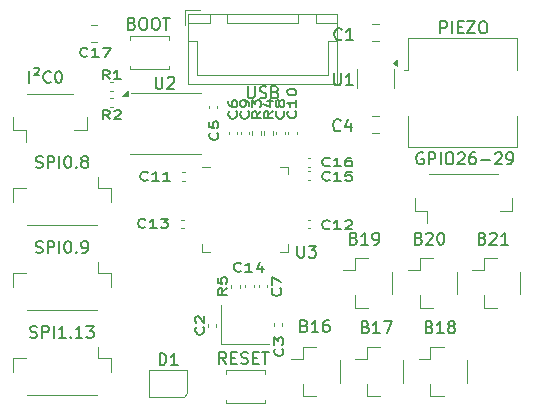
<source format=gbr>
G04 #@! TF.GenerationSoftware,KiCad,Pcbnew,8.0.7*
G04 #@! TF.CreationDate,2025-01-15T14:58:02-08:00*
G04 #@! TF.ProjectId,RP2040_minimal_r2,52503230-3430-45f6-9d69-6e696d616c5f,REV2*
G04 #@! TF.SameCoordinates,PX5f5e100PY5f5e100*
G04 #@! TF.FileFunction,Legend,Top*
G04 #@! TF.FilePolarity,Positive*
%FSLAX46Y46*%
G04 Gerber Fmt 4.6, Leading zero omitted, Abs format (unit mm)*
G04 Created by KiCad (PCBNEW 8.0.7) date 2025-01-15 14:58:02*
%MOMM*%
%LPD*%
G01*
G04 APERTURE LIST*
%ADD10C,0.150000*%
%ADD11C,0.120000*%
G04 APERTURE END LIST*
D10*
X-1261905Y23645181D02*
X-1261905Y22835658D01*
X-1261905Y22835658D02*
X-1214286Y22740420D01*
X-1214286Y22740420D02*
X-1166667Y22692800D01*
X-1166667Y22692800D02*
X-1071429Y22645181D01*
X-1071429Y22645181D02*
X-880953Y22645181D01*
X-880953Y22645181D02*
X-785715Y22692800D01*
X-785715Y22692800D02*
X-738096Y22740420D01*
X-738096Y22740420D02*
X-690477Y22835658D01*
X-690477Y22835658D02*
X-690477Y23645181D01*
X-261905Y22692800D02*
X-119048Y22645181D01*
X-119048Y22645181D02*
X119047Y22645181D01*
X119047Y22645181D02*
X214285Y22692800D01*
X214285Y22692800D02*
X261904Y22740420D01*
X261904Y22740420D02*
X309523Y22835658D01*
X309523Y22835658D02*
X309523Y22930896D01*
X309523Y22930896D02*
X261904Y23026134D01*
X261904Y23026134D02*
X214285Y23073753D01*
X214285Y23073753D02*
X119047Y23121372D01*
X119047Y23121372D02*
X-71429Y23168991D01*
X-71429Y23168991D02*
X-166667Y23216610D01*
X-166667Y23216610D02*
X-214286Y23264229D01*
X-214286Y23264229D02*
X-261905Y23359467D01*
X-261905Y23359467D02*
X-261905Y23454705D01*
X-261905Y23454705D02*
X-214286Y23549943D01*
X-214286Y23549943D02*
X-166667Y23597562D01*
X-166667Y23597562D02*
X-71429Y23645181D01*
X-71429Y23645181D02*
X166666Y23645181D01*
X166666Y23645181D02*
X309523Y23597562D01*
X1071428Y23168991D02*
X1214285Y23121372D01*
X1214285Y23121372D02*
X1261904Y23073753D01*
X1261904Y23073753D02*
X1309523Y22978515D01*
X1309523Y22978515D02*
X1309523Y22835658D01*
X1309523Y22835658D02*
X1261904Y22740420D01*
X1261904Y22740420D02*
X1214285Y22692800D01*
X1214285Y22692800D02*
X1119047Y22645181D01*
X1119047Y22645181D02*
X738095Y22645181D01*
X738095Y22645181D02*
X738095Y23645181D01*
X738095Y23645181D02*
X1071428Y23645181D01*
X1071428Y23645181D02*
X1166666Y23597562D01*
X1166666Y23597562D02*
X1214285Y23549943D01*
X1214285Y23549943D02*
X1261904Y23454705D01*
X1261904Y23454705D02*
X1261904Y23359467D01*
X1261904Y23359467D02*
X1214285Y23264229D01*
X1214285Y23264229D02*
X1166666Y23216610D01*
X1166666Y23216610D02*
X1071428Y23168991D01*
X1071428Y23168991D02*
X738095Y23168991D01*
X6583333Y19940420D02*
X6535714Y19892800D01*
X6535714Y19892800D02*
X6392857Y19845181D01*
X6392857Y19845181D02*
X6297619Y19845181D01*
X6297619Y19845181D02*
X6154762Y19892800D01*
X6154762Y19892800D02*
X6059524Y19988039D01*
X6059524Y19988039D02*
X6011905Y20083277D01*
X6011905Y20083277D02*
X5964286Y20273753D01*
X5964286Y20273753D02*
X5964286Y20416610D01*
X5964286Y20416610D02*
X6011905Y20607086D01*
X6011905Y20607086D02*
X6059524Y20702324D01*
X6059524Y20702324D02*
X6154762Y20797562D01*
X6154762Y20797562D02*
X6297619Y20845181D01*
X6297619Y20845181D02*
X6392857Y20845181D01*
X6392857Y20845181D02*
X6535714Y20797562D01*
X6535714Y20797562D02*
X6583333Y20749943D01*
X7440476Y20511848D02*
X7440476Y19845181D01*
X7202381Y20892800D02*
X6964286Y20178515D01*
X6964286Y20178515D02*
X7583333Y20178515D01*
X2767735Y21557143D02*
X2803450Y21509524D01*
X2803450Y21509524D02*
X2839164Y21366667D01*
X2839164Y21366667D02*
X2839164Y21271429D01*
X2839164Y21271429D02*
X2803450Y21128572D01*
X2803450Y21128572D02*
X2732021Y21033334D01*
X2732021Y21033334D02*
X2660592Y20985715D01*
X2660592Y20985715D02*
X2517735Y20938096D01*
X2517735Y20938096D02*
X2410592Y20938096D01*
X2410592Y20938096D02*
X2267735Y20985715D01*
X2267735Y20985715D02*
X2196307Y21033334D01*
X2196307Y21033334D02*
X2124878Y21128572D01*
X2124878Y21128572D02*
X2089164Y21271429D01*
X2089164Y21271429D02*
X2089164Y21366667D01*
X2089164Y21366667D02*
X2124878Y21509524D01*
X2124878Y21509524D02*
X2160592Y21557143D01*
X2839164Y22509524D02*
X2839164Y21938096D01*
X2839164Y22223810D02*
X2089164Y22223810D01*
X2089164Y22223810D02*
X2196307Y22128572D01*
X2196307Y22128572D02*
X2267735Y22033334D01*
X2267735Y22033334D02*
X2303450Y21938096D01*
X2089164Y23128572D02*
X2089164Y23223810D01*
X2089164Y23223810D02*
X2124878Y23319048D01*
X2124878Y23319048D02*
X2160592Y23366667D01*
X2160592Y23366667D02*
X2232021Y23414286D01*
X2232021Y23414286D02*
X2374878Y23461905D01*
X2374878Y23461905D02*
X2553450Y23461905D01*
X2553450Y23461905D02*
X2696307Y23414286D01*
X2696307Y23414286D02*
X2767735Y23366667D01*
X2767735Y23366667D02*
X2803450Y23319048D01*
X2803450Y23319048D02*
X2839164Y23223810D01*
X2839164Y23223810D02*
X2839164Y23128572D01*
X2839164Y23128572D02*
X2803450Y23033334D01*
X2803450Y23033334D02*
X2767735Y22985715D01*
X2767735Y22985715D02*
X2696307Y22938096D01*
X2696307Y22938096D02*
X2553450Y22890477D01*
X2553450Y22890477D02*
X2374878Y22890477D01*
X2374878Y22890477D02*
X2232021Y22938096D01*
X2232021Y22938096D02*
X2160592Y22985715D01*
X2160592Y22985715D02*
X2124878Y23033334D01*
X2124878Y23033334D02*
X2089164Y23128572D01*
X1767735Y21533334D02*
X1803450Y21485715D01*
X1803450Y21485715D02*
X1839164Y21342858D01*
X1839164Y21342858D02*
X1839164Y21247620D01*
X1839164Y21247620D02*
X1803450Y21104763D01*
X1803450Y21104763D02*
X1732021Y21009525D01*
X1732021Y21009525D02*
X1660592Y20961906D01*
X1660592Y20961906D02*
X1517735Y20914287D01*
X1517735Y20914287D02*
X1410592Y20914287D01*
X1410592Y20914287D02*
X1267735Y20961906D01*
X1267735Y20961906D02*
X1196307Y21009525D01*
X1196307Y21009525D02*
X1124878Y21104763D01*
X1124878Y21104763D02*
X1089164Y21247620D01*
X1089164Y21247620D02*
X1089164Y21342858D01*
X1089164Y21342858D02*
X1124878Y21485715D01*
X1124878Y21485715D02*
X1160592Y21533334D01*
X1410592Y22104763D02*
X1374878Y22009525D01*
X1374878Y22009525D02*
X1339164Y21961906D01*
X1339164Y21961906D02*
X1267735Y21914287D01*
X1267735Y21914287D02*
X1232021Y21914287D01*
X1232021Y21914287D02*
X1160592Y21961906D01*
X1160592Y21961906D02*
X1124878Y22009525D01*
X1124878Y22009525D02*
X1089164Y22104763D01*
X1089164Y22104763D02*
X1089164Y22295239D01*
X1089164Y22295239D02*
X1124878Y22390477D01*
X1124878Y22390477D02*
X1160592Y22438096D01*
X1160592Y22438096D02*
X1232021Y22485715D01*
X1232021Y22485715D02*
X1267735Y22485715D01*
X1267735Y22485715D02*
X1339164Y22438096D01*
X1339164Y22438096D02*
X1374878Y22390477D01*
X1374878Y22390477D02*
X1410592Y22295239D01*
X1410592Y22295239D02*
X1410592Y22104763D01*
X1410592Y22104763D02*
X1446307Y22009525D01*
X1446307Y22009525D02*
X1482021Y21961906D01*
X1482021Y21961906D02*
X1553450Y21914287D01*
X1553450Y21914287D02*
X1696307Y21914287D01*
X1696307Y21914287D02*
X1767735Y21961906D01*
X1767735Y21961906D02*
X1803450Y22009525D01*
X1803450Y22009525D02*
X1839164Y22104763D01*
X1839164Y22104763D02*
X1839164Y22295239D01*
X1839164Y22295239D02*
X1803450Y22390477D01*
X1803450Y22390477D02*
X1767735Y22438096D01*
X1767735Y22438096D02*
X1696307Y22485715D01*
X1696307Y22485715D02*
X1553450Y22485715D01*
X1553450Y22485715D02*
X1482021Y22438096D01*
X1482021Y22438096D02*
X1446307Y22390477D01*
X1446307Y22390477D02*
X1410592Y22295239D01*
X-9942858Y11732265D02*
X-9990477Y11696550D01*
X-9990477Y11696550D02*
X-10133334Y11660836D01*
X-10133334Y11660836D02*
X-10228572Y11660836D01*
X-10228572Y11660836D02*
X-10371429Y11696550D01*
X-10371429Y11696550D02*
X-10466667Y11767979D01*
X-10466667Y11767979D02*
X-10514286Y11839408D01*
X-10514286Y11839408D02*
X-10561905Y11982265D01*
X-10561905Y11982265D02*
X-10561905Y12089408D01*
X-10561905Y12089408D02*
X-10514286Y12232265D01*
X-10514286Y12232265D02*
X-10466667Y12303693D01*
X-10466667Y12303693D02*
X-10371429Y12375122D01*
X-10371429Y12375122D02*
X-10228572Y12410836D01*
X-10228572Y12410836D02*
X-10133334Y12410836D01*
X-10133334Y12410836D02*
X-9990477Y12375122D01*
X-9990477Y12375122D02*
X-9942858Y12339408D01*
X-8990477Y11660836D02*
X-9561905Y11660836D01*
X-9276191Y11660836D02*
X-9276191Y12410836D01*
X-9276191Y12410836D02*
X-9371429Y12303693D01*
X-9371429Y12303693D02*
X-9466667Y12232265D01*
X-9466667Y12232265D02*
X-9561905Y12196550D01*
X-8657143Y12410836D02*
X-8038096Y12410836D01*
X-8038096Y12410836D02*
X-8371429Y12125122D01*
X-8371429Y12125122D02*
X-8228572Y12125122D01*
X-8228572Y12125122D02*
X-8133334Y12089408D01*
X-8133334Y12089408D02*
X-8085715Y12053693D01*
X-8085715Y12053693D02*
X-8038096Y11982265D01*
X-8038096Y11982265D02*
X-8038096Y11803693D01*
X-8038096Y11803693D02*
X-8085715Y11732265D01*
X-8085715Y11732265D02*
X-8133334Y11696550D01*
X-8133334Y11696550D02*
X-8228572Y11660836D01*
X-8228572Y11660836D02*
X-8514286Y11660836D01*
X-8514286Y11660836D02*
X-8609524Y11696550D01*
X-8609524Y11696550D02*
X-8657143Y11732265D01*
X-3832265Y19733334D02*
X-3796550Y19685715D01*
X-3796550Y19685715D02*
X-3760836Y19542858D01*
X-3760836Y19542858D02*
X-3760836Y19447620D01*
X-3760836Y19447620D02*
X-3796550Y19304763D01*
X-3796550Y19304763D02*
X-3867979Y19209525D01*
X-3867979Y19209525D02*
X-3939408Y19161906D01*
X-3939408Y19161906D02*
X-4082265Y19114287D01*
X-4082265Y19114287D02*
X-4189408Y19114287D01*
X-4189408Y19114287D02*
X-4332265Y19161906D01*
X-4332265Y19161906D02*
X-4403693Y19209525D01*
X-4403693Y19209525D02*
X-4475122Y19304763D01*
X-4475122Y19304763D02*
X-4510836Y19447620D01*
X-4510836Y19447620D02*
X-4510836Y19542858D01*
X-4510836Y19542858D02*
X-4475122Y19685715D01*
X-4475122Y19685715D02*
X-4439408Y19733334D01*
X-4510836Y20638096D02*
X-4510836Y20161906D01*
X-4510836Y20161906D02*
X-4153693Y20114287D01*
X-4153693Y20114287D02*
X-4189408Y20161906D01*
X-4189408Y20161906D02*
X-4225122Y20257144D01*
X-4225122Y20257144D02*
X-4225122Y20495239D01*
X-4225122Y20495239D02*
X-4189408Y20590477D01*
X-4189408Y20590477D02*
X-4153693Y20638096D01*
X-4153693Y20638096D02*
X-4082265Y20685715D01*
X-4082265Y20685715D02*
X-3903693Y20685715D01*
X-3903693Y20685715D02*
X-3832265Y20638096D01*
X-3832265Y20638096D02*
X-3796550Y20590477D01*
X-3796550Y20590477D02*
X-3760836Y20495239D01*
X-3760836Y20495239D02*
X-3760836Y20257144D01*
X-3760836Y20257144D02*
X-3796550Y20161906D01*
X-3796550Y20161906D02*
X-3832265Y20114287D01*
X-12966667Y20860836D02*
X-13300000Y21217979D01*
X-13538095Y20860836D02*
X-13538095Y21610836D01*
X-13538095Y21610836D02*
X-13157143Y21610836D01*
X-13157143Y21610836D02*
X-13061905Y21575122D01*
X-13061905Y21575122D02*
X-13014286Y21539408D01*
X-13014286Y21539408D02*
X-12966667Y21467979D01*
X-12966667Y21467979D02*
X-12966667Y21360836D01*
X-12966667Y21360836D02*
X-13014286Y21289408D01*
X-13014286Y21289408D02*
X-13061905Y21253693D01*
X-13061905Y21253693D02*
X-13157143Y21217979D01*
X-13157143Y21217979D02*
X-13538095Y21217979D01*
X-12585714Y21539408D02*
X-12538095Y21575122D01*
X-12538095Y21575122D02*
X-12442857Y21610836D01*
X-12442857Y21610836D02*
X-12204762Y21610836D01*
X-12204762Y21610836D02*
X-12109524Y21575122D01*
X-12109524Y21575122D02*
X-12061905Y21539408D01*
X-12061905Y21539408D02*
X-12014286Y21467979D01*
X-12014286Y21467979D02*
X-12014286Y21396550D01*
X-12014286Y21396550D02*
X-12061905Y21289408D01*
X-12061905Y21289408D02*
X-12633333Y20860836D01*
X-12633333Y20860836D02*
X-12014286Y20860836D01*
X6038095Y24745181D02*
X6038095Y23935658D01*
X6038095Y23935658D02*
X6085714Y23840420D01*
X6085714Y23840420D02*
X6133333Y23792800D01*
X6133333Y23792800D02*
X6228571Y23745181D01*
X6228571Y23745181D02*
X6419047Y23745181D01*
X6419047Y23745181D02*
X6514285Y23792800D01*
X6514285Y23792800D02*
X6561904Y23840420D01*
X6561904Y23840420D02*
X6609523Y23935658D01*
X6609523Y23935658D02*
X6609523Y24745181D01*
X7609523Y23745181D02*
X7038095Y23745181D01*
X7323809Y23745181D02*
X7323809Y24745181D01*
X7323809Y24745181D02*
X7228571Y24602324D01*
X7228571Y24602324D02*
X7133333Y24507086D01*
X7133333Y24507086D02*
X7038095Y24459467D01*
X-9061905Y24445181D02*
X-9061905Y23635658D01*
X-9061905Y23635658D02*
X-9014286Y23540420D01*
X-9014286Y23540420D02*
X-8966667Y23492800D01*
X-8966667Y23492800D02*
X-8871429Y23445181D01*
X-8871429Y23445181D02*
X-8680953Y23445181D01*
X-8680953Y23445181D02*
X-8585715Y23492800D01*
X-8585715Y23492800D02*
X-8538096Y23540420D01*
X-8538096Y23540420D02*
X-8490477Y23635658D01*
X-8490477Y23635658D02*
X-8490477Y24445181D01*
X-8061905Y24349943D02*
X-8014286Y24397562D01*
X-8014286Y24397562D02*
X-7919048Y24445181D01*
X-7919048Y24445181D02*
X-7680953Y24445181D01*
X-7680953Y24445181D02*
X-7585715Y24397562D01*
X-7585715Y24397562D02*
X-7538096Y24349943D01*
X-7538096Y24349943D02*
X-7490477Y24254705D01*
X-7490477Y24254705D02*
X-7490477Y24159467D01*
X-7490477Y24159467D02*
X-7538096Y24016610D01*
X-7538096Y24016610D02*
X-8109524Y23445181D01*
X-8109524Y23445181D02*
X-7490477Y23445181D01*
X-12966667Y24260836D02*
X-13300000Y24617979D01*
X-13538095Y24260836D02*
X-13538095Y25010836D01*
X-13538095Y25010836D02*
X-13157143Y25010836D01*
X-13157143Y25010836D02*
X-13061905Y24975122D01*
X-13061905Y24975122D02*
X-13014286Y24939408D01*
X-13014286Y24939408D02*
X-12966667Y24867979D01*
X-12966667Y24867979D02*
X-12966667Y24760836D01*
X-12966667Y24760836D02*
X-13014286Y24689408D01*
X-13014286Y24689408D02*
X-13061905Y24653693D01*
X-13061905Y24653693D02*
X-13157143Y24617979D01*
X-13157143Y24617979D02*
X-13538095Y24617979D01*
X-12014286Y24260836D02*
X-12585714Y24260836D01*
X-12300000Y24260836D02*
X-12300000Y25010836D01*
X-12300000Y25010836D02*
X-12395238Y24903693D01*
X-12395238Y24903693D02*
X-12490476Y24832265D01*
X-12490476Y24832265D02*
X-12585714Y24796550D01*
X-1232265Y21533334D02*
X-1196550Y21485715D01*
X-1196550Y21485715D02*
X-1160836Y21342858D01*
X-1160836Y21342858D02*
X-1160836Y21247620D01*
X-1160836Y21247620D02*
X-1196550Y21104763D01*
X-1196550Y21104763D02*
X-1267979Y21009525D01*
X-1267979Y21009525D02*
X-1339408Y20961906D01*
X-1339408Y20961906D02*
X-1482265Y20914287D01*
X-1482265Y20914287D02*
X-1589408Y20914287D01*
X-1589408Y20914287D02*
X-1732265Y20961906D01*
X-1732265Y20961906D02*
X-1803693Y21009525D01*
X-1803693Y21009525D02*
X-1875122Y21104763D01*
X-1875122Y21104763D02*
X-1910836Y21247620D01*
X-1910836Y21247620D02*
X-1910836Y21342858D01*
X-1910836Y21342858D02*
X-1875122Y21485715D01*
X-1875122Y21485715D02*
X-1839408Y21533334D01*
X-1160836Y22009525D02*
X-1160836Y22200001D01*
X-1160836Y22200001D02*
X-1196550Y22295239D01*
X-1196550Y22295239D02*
X-1232265Y22342858D01*
X-1232265Y22342858D02*
X-1339408Y22438096D01*
X-1339408Y22438096D02*
X-1482265Y22485715D01*
X-1482265Y22485715D02*
X-1767979Y22485715D01*
X-1767979Y22485715D02*
X-1839408Y22438096D01*
X-1839408Y22438096D02*
X-1875122Y22390477D01*
X-1875122Y22390477D02*
X-1910836Y22295239D01*
X-1910836Y22295239D02*
X-1910836Y22104763D01*
X-1910836Y22104763D02*
X-1875122Y22009525D01*
X-1875122Y22009525D02*
X-1839408Y21961906D01*
X-1839408Y21961906D02*
X-1767979Y21914287D01*
X-1767979Y21914287D02*
X-1589408Y21914287D01*
X-1589408Y21914287D02*
X-1517979Y21961906D01*
X-1517979Y21961906D02*
X-1482265Y22009525D01*
X-1482265Y22009525D02*
X-1446550Y22104763D01*
X-1446550Y22104763D02*
X-1446550Y22295239D01*
X-1446550Y22295239D02*
X-1482265Y22390477D01*
X-1482265Y22390477D02*
X-1517979Y22438096D01*
X-1517979Y22438096D02*
X-1589408Y22485715D01*
X5657142Y11632265D02*
X5609523Y11596550D01*
X5609523Y11596550D02*
X5466666Y11560836D01*
X5466666Y11560836D02*
X5371428Y11560836D01*
X5371428Y11560836D02*
X5228571Y11596550D01*
X5228571Y11596550D02*
X5133333Y11667979D01*
X5133333Y11667979D02*
X5085714Y11739408D01*
X5085714Y11739408D02*
X5038095Y11882265D01*
X5038095Y11882265D02*
X5038095Y11989408D01*
X5038095Y11989408D02*
X5085714Y12132265D01*
X5085714Y12132265D02*
X5133333Y12203693D01*
X5133333Y12203693D02*
X5228571Y12275122D01*
X5228571Y12275122D02*
X5371428Y12310836D01*
X5371428Y12310836D02*
X5466666Y12310836D01*
X5466666Y12310836D02*
X5609523Y12275122D01*
X5609523Y12275122D02*
X5657142Y12239408D01*
X6609523Y11560836D02*
X6038095Y11560836D01*
X6323809Y11560836D02*
X6323809Y12310836D01*
X6323809Y12310836D02*
X6228571Y12203693D01*
X6228571Y12203693D02*
X6133333Y12132265D01*
X6133333Y12132265D02*
X6038095Y12096550D01*
X6990476Y12239408D02*
X7038095Y12275122D01*
X7038095Y12275122D02*
X7133333Y12310836D01*
X7133333Y12310836D02*
X7371428Y12310836D01*
X7371428Y12310836D02*
X7466666Y12275122D01*
X7466666Y12275122D02*
X7514285Y12239408D01*
X7514285Y12239408D02*
X7561904Y12167979D01*
X7561904Y12167979D02*
X7561904Y12096550D01*
X7561904Y12096550D02*
X7514285Y11989408D01*
X7514285Y11989408D02*
X6942857Y11560836D01*
X6942857Y11560836D02*
X7561904Y11560836D01*
X-1842858Y8032265D02*
X-1890477Y7996550D01*
X-1890477Y7996550D02*
X-2033334Y7960836D01*
X-2033334Y7960836D02*
X-2128572Y7960836D01*
X-2128572Y7960836D02*
X-2271429Y7996550D01*
X-2271429Y7996550D02*
X-2366667Y8067979D01*
X-2366667Y8067979D02*
X-2414286Y8139408D01*
X-2414286Y8139408D02*
X-2461905Y8282265D01*
X-2461905Y8282265D02*
X-2461905Y8389408D01*
X-2461905Y8389408D02*
X-2414286Y8532265D01*
X-2414286Y8532265D02*
X-2366667Y8603693D01*
X-2366667Y8603693D02*
X-2271429Y8675122D01*
X-2271429Y8675122D02*
X-2128572Y8710836D01*
X-2128572Y8710836D02*
X-2033334Y8710836D01*
X-2033334Y8710836D02*
X-1890477Y8675122D01*
X-1890477Y8675122D02*
X-1842858Y8639408D01*
X-890477Y7960836D02*
X-1461905Y7960836D01*
X-1176191Y7960836D02*
X-1176191Y8710836D01*
X-1176191Y8710836D02*
X-1271429Y8603693D01*
X-1271429Y8603693D02*
X-1366667Y8532265D01*
X-1366667Y8532265D02*
X-1461905Y8496550D01*
X-33334Y8460836D02*
X-33334Y7960836D01*
X-271429Y8746550D02*
X-509524Y8210836D01*
X-509524Y8210836D02*
X109523Y8210836D01*
X-160836Y21533334D02*
X-517979Y21200001D01*
X-160836Y20961906D02*
X-910836Y20961906D01*
X-910836Y20961906D02*
X-910836Y21342858D01*
X-910836Y21342858D02*
X-875122Y21438096D01*
X-875122Y21438096D02*
X-839408Y21485715D01*
X-839408Y21485715D02*
X-767979Y21533334D01*
X-767979Y21533334D02*
X-660836Y21533334D01*
X-660836Y21533334D02*
X-589408Y21485715D01*
X-589408Y21485715D02*
X-553693Y21438096D01*
X-553693Y21438096D02*
X-517979Y21342858D01*
X-517979Y21342858D02*
X-517979Y20961906D01*
X-910836Y21866668D02*
X-910836Y22485715D01*
X-910836Y22485715D02*
X-625122Y22152382D01*
X-625122Y22152382D02*
X-625122Y22295239D01*
X-625122Y22295239D02*
X-589408Y22390477D01*
X-589408Y22390477D02*
X-553693Y22438096D01*
X-553693Y22438096D02*
X-482265Y22485715D01*
X-482265Y22485715D02*
X-303693Y22485715D01*
X-303693Y22485715D02*
X-232265Y22438096D01*
X-232265Y22438096D02*
X-196550Y22390477D01*
X-196550Y22390477D02*
X-160836Y22295239D01*
X-160836Y22295239D02*
X-160836Y22009525D01*
X-160836Y22009525D02*
X-196550Y21914287D01*
X-196550Y21914287D02*
X-232265Y21866668D01*
X1467735Y6533334D02*
X1503450Y6485715D01*
X1503450Y6485715D02*
X1539164Y6342858D01*
X1539164Y6342858D02*
X1539164Y6247620D01*
X1539164Y6247620D02*
X1503450Y6104763D01*
X1503450Y6104763D02*
X1432021Y6009525D01*
X1432021Y6009525D02*
X1360592Y5961906D01*
X1360592Y5961906D02*
X1217735Y5914287D01*
X1217735Y5914287D02*
X1110592Y5914287D01*
X1110592Y5914287D02*
X967735Y5961906D01*
X967735Y5961906D02*
X896307Y6009525D01*
X896307Y6009525D02*
X824878Y6104763D01*
X824878Y6104763D02*
X789164Y6247620D01*
X789164Y6247620D02*
X789164Y6342858D01*
X789164Y6342858D02*
X824878Y6485715D01*
X824878Y6485715D02*
X860592Y6533334D01*
X789164Y6866668D02*
X789164Y7533334D01*
X789164Y7533334D02*
X1539164Y7104763D01*
X6683333Y27640420D02*
X6635714Y27592800D01*
X6635714Y27592800D02*
X6492857Y27545181D01*
X6492857Y27545181D02*
X6397619Y27545181D01*
X6397619Y27545181D02*
X6254762Y27592800D01*
X6254762Y27592800D02*
X6159524Y27688039D01*
X6159524Y27688039D02*
X6111905Y27783277D01*
X6111905Y27783277D02*
X6064286Y27973753D01*
X6064286Y27973753D02*
X6064286Y28116610D01*
X6064286Y28116610D02*
X6111905Y28307086D01*
X6111905Y28307086D02*
X6159524Y28402324D01*
X6159524Y28402324D02*
X6254762Y28497562D01*
X6254762Y28497562D02*
X6397619Y28545181D01*
X6397619Y28545181D02*
X6492857Y28545181D01*
X6492857Y28545181D02*
X6635714Y28497562D01*
X6635714Y28497562D02*
X6683333Y28449943D01*
X7635714Y27545181D02*
X7064286Y27545181D01*
X7350000Y27545181D02*
X7350000Y28545181D01*
X7350000Y28545181D02*
X7254762Y28402324D01*
X7254762Y28402324D02*
X7159524Y28307086D01*
X7159524Y28307086D02*
X7064286Y28259467D01*
X-9742858Y15732265D02*
X-9790477Y15696550D01*
X-9790477Y15696550D02*
X-9933334Y15660836D01*
X-9933334Y15660836D02*
X-10028572Y15660836D01*
X-10028572Y15660836D02*
X-10171429Y15696550D01*
X-10171429Y15696550D02*
X-10266667Y15767979D01*
X-10266667Y15767979D02*
X-10314286Y15839408D01*
X-10314286Y15839408D02*
X-10361905Y15982265D01*
X-10361905Y15982265D02*
X-10361905Y16089408D01*
X-10361905Y16089408D02*
X-10314286Y16232265D01*
X-10314286Y16232265D02*
X-10266667Y16303693D01*
X-10266667Y16303693D02*
X-10171429Y16375122D01*
X-10171429Y16375122D02*
X-10028572Y16410836D01*
X-10028572Y16410836D02*
X-9933334Y16410836D01*
X-9933334Y16410836D02*
X-9790477Y16375122D01*
X-9790477Y16375122D02*
X-9742858Y16339408D01*
X-8790477Y15660836D02*
X-9361905Y15660836D01*
X-9076191Y15660836D02*
X-9076191Y16410836D01*
X-9076191Y16410836D02*
X-9171429Y16303693D01*
X-9171429Y16303693D02*
X-9266667Y16232265D01*
X-9266667Y16232265D02*
X-9361905Y16196550D01*
X-7838096Y15660836D02*
X-8409524Y15660836D01*
X-8123810Y15660836D02*
X-8123810Y16410836D01*
X-8123810Y16410836D02*
X-8219048Y16303693D01*
X-8219048Y16303693D02*
X-8314286Y16232265D01*
X-8314286Y16232265D02*
X-8409524Y16196550D01*
X5657142Y16932265D02*
X5609523Y16896550D01*
X5609523Y16896550D02*
X5466666Y16860836D01*
X5466666Y16860836D02*
X5371428Y16860836D01*
X5371428Y16860836D02*
X5228571Y16896550D01*
X5228571Y16896550D02*
X5133333Y16967979D01*
X5133333Y16967979D02*
X5085714Y17039408D01*
X5085714Y17039408D02*
X5038095Y17182265D01*
X5038095Y17182265D02*
X5038095Y17289408D01*
X5038095Y17289408D02*
X5085714Y17432265D01*
X5085714Y17432265D02*
X5133333Y17503693D01*
X5133333Y17503693D02*
X5228571Y17575122D01*
X5228571Y17575122D02*
X5371428Y17610836D01*
X5371428Y17610836D02*
X5466666Y17610836D01*
X5466666Y17610836D02*
X5609523Y17575122D01*
X5609523Y17575122D02*
X5657142Y17539408D01*
X6609523Y16860836D02*
X6038095Y16860836D01*
X6323809Y16860836D02*
X6323809Y17610836D01*
X6323809Y17610836D02*
X6228571Y17503693D01*
X6228571Y17503693D02*
X6133333Y17432265D01*
X6133333Y17432265D02*
X6038095Y17396550D01*
X7466666Y17610836D02*
X7276190Y17610836D01*
X7276190Y17610836D02*
X7180952Y17575122D01*
X7180952Y17575122D02*
X7133333Y17539408D01*
X7133333Y17539408D02*
X7038095Y17432265D01*
X7038095Y17432265D02*
X6990476Y17289408D01*
X6990476Y17289408D02*
X6990476Y17003693D01*
X6990476Y17003693D02*
X7038095Y16932265D01*
X7038095Y16932265D02*
X7085714Y16896550D01*
X7085714Y16896550D02*
X7180952Y16860836D01*
X7180952Y16860836D02*
X7371428Y16860836D01*
X7371428Y16860836D02*
X7466666Y16896550D01*
X7466666Y16896550D02*
X7514285Y16932265D01*
X7514285Y16932265D02*
X7561904Y17003693D01*
X7561904Y17003693D02*
X7561904Y17182265D01*
X7561904Y17182265D02*
X7514285Y17253693D01*
X7514285Y17253693D02*
X7466666Y17289408D01*
X7466666Y17289408D02*
X7371428Y17325122D01*
X7371428Y17325122D02*
X7180952Y17325122D01*
X7180952Y17325122D02*
X7085714Y17289408D01*
X7085714Y17289408D02*
X7038095Y17253693D01*
X7038095Y17253693D02*
X6990476Y17182265D01*
X2938095Y10145181D02*
X2938095Y9335658D01*
X2938095Y9335658D02*
X2985714Y9240420D01*
X2985714Y9240420D02*
X3033333Y9192800D01*
X3033333Y9192800D02*
X3128571Y9145181D01*
X3128571Y9145181D02*
X3319047Y9145181D01*
X3319047Y9145181D02*
X3414285Y9192800D01*
X3414285Y9192800D02*
X3461904Y9240420D01*
X3461904Y9240420D02*
X3509523Y9335658D01*
X3509523Y9335658D02*
X3509523Y10145181D01*
X3890476Y10145181D02*
X4509523Y10145181D01*
X4509523Y10145181D02*
X4176190Y9764229D01*
X4176190Y9764229D02*
X4319047Y9764229D01*
X4319047Y9764229D02*
X4414285Y9716610D01*
X4414285Y9716610D02*
X4461904Y9668991D01*
X4461904Y9668991D02*
X4509523Y9573753D01*
X4509523Y9573753D02*
X4509523Y9335658D01*
X4509523Y9335658D02*
X4461904Y9240420D01*
X4461904Y9240420D02*
X4414285Y9192800D01*
X4414285Y9192800D02*
X4319047Y9145181D01*
X4319047Y9145181D02*
X4033333Y9145181D01*
X4033333Y9145181D02*
X3938095Y9192800D01*
X3938095Y9192800D02*
X3890476Y9240420D01*
X839164Y21533334D02*
X482021Y21200001D01*
X839164Y20961906D02*
X89164Y20961906D01*
X89164Y20961906D02*
X89164Y21342858D01*
X89164Y21342858D02*
X124878Y21438096D01*
X124878Y21438096D02*
X160592Y21485715D01*
X160592Y21485715D02*
X232021Y21533334D01*
X232021Y21533334D02*
X339164Y21533334D01*
X339164Y21533334D02*
X410592Y21485715D01*
X410592Y21485715D02*
X446307Y21438096D01*
X446307Y21438096D02*
X482021Y21342858D01*
X482021Y21342858D02*
X482021Y20961906D01*
X339164Y22390477D02*
X839164Y22390477D01*
X53450Y22152382D02*
X589164Y21914287D01*
X589164Y21914287D02*
X589164Y22533334D01*
X-2232265Y21533334D02*
X-2196550Y21485715D01*
X-2196550Y21485715D02*
X-2160836Y21342858D01*
X-2160836Y21342858D02*
X-2160836Y21247620D01*
X-2160836Y21247620D02*
X-2196550Y21104763D01*
X-2196550Y21104763D02*
X-2267979Y21009525D01*
X-2267979Y21009525D02*
X-2339408Y20961906D01*
X-2339408Y20961906D02*
X-2482265Y20914287D01*
X-2482265Y20914287D02*
X-2589408Y20914287D01*
X-2589408Y20914287D02*
X-2732265Y20961906D01*
X-2732265Y20961906D02*
X-2803693Y21009525D01*
X-2803693Y21009525D02*
X-2875122Y21104763D01*
X-2875122Y21104763D02*
X-2910836Y21247620D01*
X-2910836Y21247620D02*
X-2910836Y21342858D01*
X-2910836Y21342858D02*
X-2875122Y21485715D01*
X-2875122Y21485715D02*
X-2839408Y21533334D01*
X-2910836Y22390477D02*
X-2910836Y22200001D01*
X-2910836Y22200001D02*
X-2875122Y22104763D01*
X-2875122Y22104763D02*
X-2839408Y22057144D01*
X-2839408Y22057144D02*
X-2732265Y21961906D01*
X-2732265Y21961906D02*
X-2589408Y21914287D01*
X-2589408Y21914287D02*
X-2303693Y21914287D01*
X-2303693Y21914287D02*
X-2232265Y21961906D01*
X-2232265Y21961906D02*
X-2196550Y22009525D01*
X-2196550Y22009525D02*
X-2160836Y22104763D01*
X-2160836Y22104763D02*
X-2160836Y22295239D01*
X-2160836Y22295239D02*
X-2196550Y22390477D01*
X-2196550Y22390477D02*
X-2232265Y22438096D01*
X-2232265Y22438096D02*
X-2303693Y22485715D01*
X-2303693Y22485715D02*
X-2482265Y22485715D01*
X-2482265Y22485715D02*
X-2553693Y22438096D01*
X-2553693Y22438096D02*
X-2589408Y22390477D01*
X-2589408Y22390477D02*
X-2625122Y22295239D01*
X-2625122Y22295239D02*
X-2625122Y22104763D01*
X-2625122Y22104763D02*
X-2589408Y22009525D01*
X-2589408Y22009525D02*
X-2553693Y21961906D01*
X-2553693Y21961906D02*
X-2482265Y21914287D01*
X5657142Y15732265D02*
X5609523Y15696550D01*
X5609523Y15696550D02*
X5466666Y15660836D01*
X5466666Y15660836D02*
X5371428Y15660836D01*
X5371428Y15660836D02*
X5228571Y15696550D01*
X5228571Y15696550D02*
X5133333Y15767979D01*
X5133333Y15767979D02*
X5085714Y15839408D01*
X5085714Y15839408D02*
X5038095Y15982265D01*
X5038095Y15982265D02*
X5038095Y16089408D01*
X5038095Y16089408D02*
X5085714Y16232265D01*
X5085714Y16232265D02*
X5133333Y16303693D01*
X5133333Y16303693D02*
X5228571Y16375122D01*
X5228571Y16375122D02*
X5371428Y16410836D01*
X5371428Y16410836D02*
X5466666Y16410836D01*
X5466666Y16410836D02*
X5609523Y16375122D01*
X5609523Y16375122D02*
X5657142Y16339408D01*
X6609523Y15660836D02*
X6038095Y15660836D01*
X6323809Y15660836D02*
X6323809Y16410836D01*
X6323809Y16410836D02*
X6228571Y16303693D01*
X6228571Y16303693D02*
X6133333Y16232265D01*
X6133333Y16232265D02*
X6038095Y16196550D01*
X7514285Y16410836D02*
X7038095Y16410836D01*
X7038095Y16410836D02*
X6990476Y16053693D01*
X6990476Y16053693D02*
X7038095Y16089408D01*
X7038095Y16089408D02*
X7133333Y16125122D01*
X7133333Y16125122D02*
X7371428Y16125122D01*
X7371428Y16125122D02*
X7466666Y16089408D01*
X7466666Y16089408D02*
X7514285Y16053693D01*
X7514285Y16053693D02*
X7561904Y15982265D01*
X7561904Y15982265D02*
X7561904Y15803693D01*
X7561904Y15803693D02*
X7514285Y15732265D01*
X7514285Y15732265D02*
X7466666Y15696550D01*
X7466666Y15696550D02*
X7371428Y15660836D01*
X7371428Y15660836D02*
X7133333Y15660836D01*
X7133333Y15660836D02*
X7038095Y15696550D01*
X7038095Y15696550D02*
X6990476Y15732265D01*
X-14842858Y26232265D02*
X-14890477Y26196550D01*
X-14890477Y26196550D02*
X-15033334Y26160836D01*
X-15033334Y26160836D02*
X-15128572Y26160836D01*
X-15128572Y26160836D02*
X-15271429Y26196550D01*
X-15271429Y26196550D02*
X-15366667Y26267979D01*
X-15366667Y26267979D02*
X-15414286Y26339408D01*
X-15414286Y26339408D02*
X-15461905Y26482265D01*
X-15461905Y26482265D02*
X-15461905Y26589408D01*
X-15461905Y26589408D02*
X-15414286Y26732265D01*
X-15414286Y26732265D02*
X-15366667Y26803693D01*
X-15366667Y26803693D02*
X-15271429Y26875122D01*
X-15271429Y26875122D02*
X-15128572Y26910836D01*
X-15128572Y26910836D02*
X-15033334Y26910836D01*
X-15033334Y26910836D02*
X-14890477Y26875122D01*
X-14890477Y26875122D02*
X-14842858Y26839408D01*
X-13890477Y26160836D02*
X-14461905Y26160836D01*
X-14176191Y26160836D02*
X-14176191Y26910836D01*
X-14176191Y26910836D02*
X-14271429Y26803693D01*
X-14271429Y26803693D02*
X-14366667Y26732265D01*
X-14366667Y26732265D02*
X-14461905Y26696550D01*
X-13557143Y26910836D02*
X-12890477Y26910836D01*
X-12890477Y26910836D02*
X-13319048Y26160836D01*
X-19214285Y9592800D02*
X-19071428Y9545181D01*
X-19071428Y9545181D02*
X-18833333Y9545181D01*
X-18833333Y9545181D02*
X-18738095Y9592800D01*
X-18738095Y9592800D02*
X-18690476Y9640420D01*
X-18690476Y9640420D02*
X-18642857Y9735658D01*
X-18642857Y9735658D02*
X-18642857Y9830896D01*
X-18642857Y9830896D02*
X-18690476Y9926134D01*
X-18690476Y9926134D02*
X-18738095Y9973753D01*
X-18738095Y9973753D02*
X-18833333Y10021372D01*
X-18833333Y10021372D02*
X-19023809Y10068991D01*
X-19023809Y10068991D02*
X-19119047Y10116610D01*
X-19119047Y10116610D02*
X-19166666Y10164229D01*
X-19166666Y10164229D02*
X-19214285Y10259467D01*
X-19214285Y10259467D02*
X-19214285Y10354705D01*
X-19214285Y10354705D02*
X-19166666Y10449943D01*
X-19166666Y10449943D02*
X-19119047Y10497562D01*
X-19119047Y10497562D02*
X-19023809Y10545181D01*
X-19023809Y10545181D02*
X-18785714Y10545181D01*
X-18785714Y10545181D02*
X-18642857Y10497562D01*
X-18214285Y9545181D02*
X-18214285Y10545181D01*
X-18214285Y10545181D02*
X-17833333Y10545181D01*
X-17833333Y10545181D02*
X-17738095Y10497562D01*
X-17738095Y10497562D02*
X-17690476Y10449943D01*
X-17690476Y10449943D02*
X-17642857Y10354705D01*
X-17642857Y10354705D02*
X-17642857Y10211848D01*
X-17642857Y10211848D02*
X-17690476Y10116610D01*
X-17690476Y10116610D02*
X-17738095Y10068991D01*
X-17738095Y10068991D02*
X-17833333Y10021372D01*
X-17833333Y10021372D02*
X-18214285Y10021372D01*
X-17214285Y9545181D02*
X-17214285Y10545181D01*
X-16547619Y10545181D02*
X-16452381Y10545181D01*
X-16452381Y10545181D02*
X-16357143Y10497562D01*
X-16357143Y10497562D02*
X-16309524Y10449943D01*
X-16309524Y10449943D02*
X-16261905Y10354705D01*
X-16261905Y10354705D02*
X-16214286Y10164229D01*
X-16214286Y10164229D02*
X-16214286Y9926134D01*
X-16214286Y9926134D02*
X-16261905Y9735658D01*
X-16261905Y9735658D02*
X-16309524Y9640420D01*
X-16309524Y9640420D02*
X-16357143Y9592800D01*
X-16357143Y9592800D02*
X-16452381Y9545181D01*
X-16452381Y9545181D02*
X-16547619Y9545181D01*
X-16547619Y9545181D02*
X-16642857Y9592800D01*
X-16642857Y9592800D02*
X-16690476Y9640420D01*
X-16690476Y9640420D02*
X-16738095Y9735658D01*
X-16738095Y9735658D02*
X-16785714Y9926134D01*
X-16785714Y9926134D02*
X-16785714Y10164229D01*
X-16785714Y10164229D02*
X-16738095Y10354705D01*
X-16738095Y10354705D02*
X-16690476Y10449943D01*
X-16690476Y10449943D02*
X-16642857Y10497562D01*
X-16642857Y10497562D02*
X-16547619Y10545181D01*
X-15785714Y9640420D02*
X-15738095Y9592800D01*
X-15738095Y9592800D02*
X-15785714Y9545181D01*
X-15785714Y9545181D02*
X-15833333Y9592800D01*
X-15833333Y9592800D02*
X-15785714Y9640420D01*
X-15785714Y9640420D02*
X-15785714Y9545181D01*
X-15261905Y9545181D02*
X-15071429Y9545181D01*
X-15071429Y9545181D02*
X-14976191Y9592800D01*
X-14976191Y9592800D02*
X-14928572Y9640420D01*
X-14928572Y9640420D02*
X-14833334Y9783277D01*
X-14833334Y9783277D02*
X-14785715Y9973753D01*
X-14785715Y9973753D02*
X-14785715Y10354705D01*
X-14785715Y10354705D02*
X-14833334Y10449943D01*
X-14833334Y10449943D02*
X-14880953Y10497562D01*
X-14880953Y10497562D02*
X-14976191Y10545181D01*
X-14976191Y10545181D02*
X-15166667Y10545181D01*
X-15166667Y10545181D02*
X-15261905Y10497562D01*
X-15261905Y10497562D02*
X-15309524Y10449943D01*
X-15309524Y10449943D02*
X-15357143Y10354705D01*
X-15357143Y10354705D02*
X-15357143Y10116610D01*
X-15357143Y10116610D02*
X-15309524Y10021372D01*
X-15309524Y10021372D02*
X-15261905Y9973753D01*
X-15261905Y9973753D02*
X-15166667Y9926134D01*
X-15166667Y9926134D02*
X-14976191Y9926134D01*
X-14976191Y9926134D02*
X-14880953Y9973753D01*
X-14880953Y9973753D02*
X-14833334Y10021372D01*
X-14833334Y10021372D02*
X-14785715Y10116610D01*
X-19214285Y16792800D02*
X-19071428Y16745181D01*
X-19071428Y16745181D02*
X-18833333Y16745181D01*
X-18833333Y16745181D02*
X-18738095Y16792800D01*
X-18738095Y16792800D02*
X-18690476Y16840420D01*
X-18690476Y16840420D02*
X-18642857Y16935658D01*
X-18642857Y16935658D02*
X-18642857Y17030896D01*
X-18642857Y17030896D02*
X-18690476Y17126134D01*
X-18690476Y17126134D02*
X-18738095Y17173753D01*
X-18738095Y17173753D02*
X-18833333Y17221372D01*
X-18833333Y17221372D02*
X-19023809Y17268991D01*
X-19023809Y17268991D02*
X-19119047Y17316610D01*
X-19119047Y17316610D02*
X-19166666Y17364229D01*
X-19166666Y17364229D02*
X-19214285Y17459467D01*
X-19214285Y17459467D02*
X-19214285Y17554705D01*
X-19214285Y17554705D02*
X-19166666Y17649943D01*
X-19166666Y17649943D02*
X-19119047Y17697562D01*
X-19119047Y17697562D02*
X-19023809Y17745181D01*
X-19023809Y17745181D02*
X-18785714Y17745181D01*
X-18785714Y17745181D02*
X-18642857Y17697562D01*
X-18214285Y16745181D02*
X-18214285Y17745181D01*
X-18214285Y17745181D02*
X-17833333Y17745181D01*
X-17833333Y17745181D02*
X-17738095Y17697562D01*
X-17738095Y17697562D02*
X-17690476Y17649943D01*
X-17690476Y17649943D02*
X-17642857Y17554705D01*
X-17642857Y17554705D02*
X-17642857Y17411848D01*
X-17642857Y17411848D02*
X-17690476Y17316610D01*
X-17690476Y17316610D02*
X-17738095Y17268991D01*
X-17738095Y17268991D02*
X-17833333Y17221372D01*
X-17833333Y17221372D02*
X-18214285Y17221372D01*
X-17214285Y16745181D02*
X-17214285Y17745181D01*
X-16547619Y17745181D02*
X-16452381Y17745181D01*
X-16452381Y17745181D02*
X-16357143Y17697562D01*
X-16357143Y17697562D02*
X-16309524Y17649943D01*
X-16309524Y17649943D02*
X-16261905Y17554705D01*
X-16261905Y17554705D02*
X-16214286Y17364229D01*
X-16214286Y17364229D02*
X-16214286Y17126134D01*
X-16214286Y17126134D02*
X-16261905Y16935658D01*
X-16261905Y16935658D02*
X-16309524Y16840420D01*
X-16309524Y16840420D02*
X-16357143Y16792800D01*
X-16357143Y16792800D02*
X-16452381Y16745181D01*
X-16452381Y16745181D02*
X-16547619Y16745181D01*
X-16547619Y16745181D02*
X-16642857Y16792800D01*
X-16642857Y16792800D02*
X-16690476Y16840420D01*
X-16690476Y16840420D02*
X-16738095Y16935658D01*
X-16738095Y16935658D02*
X-16785714Y17126134D01*
X-16785714Y17126134D02*
X-16785714Y17364229D01*
X-16785714Y17364229D02*
X-16738095Y17554705D01*
X-16738095Y17554705D02*
X-16690476Y17649943D01*
X-16690476Y17649943D02*
X-16642857Y17697562D01*
X-16642857Y17697562D02*
X-16547619Y17745181D01*
X-15785714Y16840420D02*
X-15738095Y16792800D01*
X-15738095Y16792800D02*
X-15785714Y16745181D01*
X-15785714Y16745181D02*
X-15833333Y16792800D01*
X-15833333Y16792800D02*
X-15785714Y16840420D01*
X-15785714Y16840420D02*
X-15785714Y16745181D01*
X-15166667Y17316610D02*
X-15261905Y17364229D01*
X-15261905Y17364229D02*
X-15309524Y17411848D01*
X-15309524Y17411848D02*
X-15357143Y17507086D01*
X-15357143Y17507086D02*
X-15357143Y17554705D01*
X-15357143Y17554705D02*
X-15309524Y17649943D01*
X-15309524Y17649943D02*
X-15261905Y17697562D01*
X-15261905Y17697562D02*
X-15166667Y17745181D01*
X-15166667Y17745181D02*
X-14976191Y17745181D01*
X-14976191Y17745181D02*
X-14880953Y17697562D01*
X-14880953Y17697562D02*
X-14833334Y17649943D01*
X-14833334Y17649943D02*
X-14785715Y17554705D01*
X-14785715Y17554705D02*
X-14785715Y17507086D01*
X-14785715Y17507086D02*
X-14833334Y17411848D01*
X-14833334Y17411848D02*
X-14880953Y17364229D01*
X-14880953Y17364229D02*
X-14976191Y17316610D01*
X-14976191Y17316610D02*
X-15166667Y17316610D01*
X-15166667Y17316610D02*
X-15261905Y17268991D01*
X-15261905Y17268991D02*
X-15309524Y17221372D01*
X-15309524Y17221372D02*
X-15357143Y17126134D01*
X-15357143Y17126134D02*
X-15357143Y16935658D01*
X-15357143Y16935658D02*
X-15309524Y16840420D01*
X-15309524Y16840420D02*
X-15261905Y16792800D01*
X-15261905Y16792800D02*
X-15166667Y16745181D01*
X-15166667Y16745181D02*
X-14976191Y16745181D01*
X-14976191Y16745181D02*
X-14880953Y16792800D01*
X-14880953Y16792800D02*
X-14833334Y16840420D01*
X-14833334Y16840420D02*
X-14785715Y16935658D01*
X-14785715Y16935658D02*
X-14785715Y17126134D01*
X-14785715Y17126134D02*
X-14833334Y17221372D01*
X-14833334Y17221372D02*
X-14880953Y17268991D01*
X-14880953Y17268991D02*
X-14976191Y17316610D01*
X-19690476Y2392800D02*
X-19547619Y2345181D01*
X-19547619Y2345181D02*
X-19309524Y2345181D01*
X-19309524Y2345181D02*
X-19214286Y2392800D01*
X-19214286Y2392800D02*
X-19166667Y2440420D01*
X-19166667Y2440420D02*
X-19119048Y2535658D01*
X-19119048Y2535658D02*
X-19119048Y2630896D01*
X-19119048Y2630896D02*
X-19166667Y2726134D01*
X-19166667Y2726134D02*
X-19214286Y2773753D01*
X-19214286Y2773753D02*
X-19309524Y2821372D01*
X-19309524Y2821372D02*
X-19500000Y2868991D01*
X-19500000Y2868991D02*
X-19595238Y2916610D01*
X-19595238Y2916610D02*
X-19642857Y2964229D01*
X-19642857Y2964229D02*
X-19690476Y3059467D01*
X-19690476Y3059467D02*
X-19690476Y3154705D01*
X-19690476Y3154705D02*
X-19642857Y3249943D01*
X-19642857Y3249943D02*
X-19595238Y3297562D01*
X-19595238Y3297562D02*
X-19500000Y3345181D01*
X-19500000Y3345181D02*
X-19261905Y3345181D01*
X-19261905Y3345181D02*
X-19119048Y3297562D01*
X-18690476Y2345181D02*
X-18690476Y3345181D01*
X-18690476Y3345181D02*
X-18309524Y3345181D01*
X-18309524Y3345181D02*
X-18214286Y3297562D01*
X-18214286Y3297562D02*
X-18166667Y3249943D01*
X-18166667Y3249943D02*
X-18119048Y3154705D01*
X-18119048Y3154705D02*
X-18119048Y3011848D01*
X-18119048Y3011848D02*
X-18166667Y2916610D01*
X-18166667Y2916610D02*
X-18214286Y2868991D01*
X-18214286Y2868991D02*
X-18309524Y2821372D01*
X-18309524Y2821372D02*
X-18690476Y2821372D01*
X-17690476Y2345181D02*
X-17690476Y3345181D01*
X-16690477Y2345181D02*
X-17261905Y2345181D01*
X-16976191Y2345181D02*
X-16976191Y3345181D01*
X-16976191Y3345181D02*
X-17071429Y3202324D01*
X-17071429Y3202324D02*
X-17166667Y3107086D01*
X-17166667Y3107086D02*
X-17261905Y3059467D01*
X-16261905Y2440420D02*
X-16214286Y2392800D01*
X-16214286Y2392800D02*
X-16261905Y2345181D01*
X-16261905Y2345181D02*
X-16309524Y2392800D01*
X-16309524Y2392800D02*
X-16261905Y2440420D01*
X-16261905Y2440420D02*
X-16261905Y2345181D01*
X-15261906Y2345181D02*
X-15833334Y2345181D01*
X-15547620Y2345181D02*
X-15547620Y3345181D01*
X-15547620Y3345181D02*
X-15642858Y3202324D01*
X-15642858Y3202324D02*
X-15738096Y3107086D01*
X-15738096Y3107086D02*
X-15833334Y3059467D01*
X-14928572Y3345181D02*
X-14309525Y3345181D01*
X-14309525Y3345181D02*
X-14642858Y2964229D01*
X-14642858Y2964229D02*
X-14500001Y2964229D01*
X-14500001Y2964229D02*
X-14404763Y2916610D01*
X-14404763Y2916610D02*
X-14357144Y2868991D01*
X-14357144Y2868991D02*
X-14309525Y2773753D01*
X-14309525Y2773753D02*
X-14309525Y2535658D01*
X-14309525Y2535658D02*
X-14357144Y2440420D01*
X-14357144Y2440420D02*
X-14404763Y2392800D01*
X-14404763Y2392800D02*
X-14500001Y2345181D01*
X-14500001Y2345181D02*
X-14785715Y2345181D01*
X-14785715Y2345181D02*
X-14880953Y2392800D01*
X-14880953Y2392800D02*
X-14928572Y2440420D01*
X-3102382Y145181D02*
X-3435715Y621372D01*
X-3673810Y145181D02*
X-3673810Y1145181D01*
X-3673810Y1145181D02*
X-3292858Y1145181D01*
X-3292858Y1145181D02*
X-3197620Y1097562D01*
X-3197620Y1097562D02*
X-3150001Y1049943D01*
X-3150001Y1049943D02*
X-3102382Y954705D01*
X-3102382Y954705D02*
X-3102382Y811848D01*
X-3102382Y811848D02*
X-3150001Y716610D01*
X-3150001Y716610D02*
X-3197620Y668991D01*
X-3197620Y668991D02*
X-3292858Y621372D01*
X-3292858Y621372D02*
X-3673810Y621372D01*
X-2673810Y668991D02*
X-2340477Y668991D01*
X-2197620Y145181D02*
X-2673810Y145181D01*
X-2673810Y145181D02*
X-2673810Y1145181D01*
X-2673810Y1145181D02*
X-2197620Y1145181D01*
X-1816667Y192800D02*
X-1673810Y145181D01*
X-1673810Y145181D02*
X-1435715Y145181D01*
X-1435715Y145181D02*
X-1340477Y192800D01*
X-1340477Y192800D02*
X-1292858Y240420D01*
X-1292858Y240420D02*
X-1245239Y335658D01*
X-1245239Y335658D02*
X-1245239Y430896D01*
X-1245239Y430896D02*
X-1292858Y526134D01*
X-1292858Y526134D02*
X-1340477Y573753D01*
X-1340477Y573753D02*
X-1435715Y621372D01*
X-1435715Y621372D02*
X-1626191Y668991D01*
X-1626191Y668991D02*
X-1721429Y716610D01*
X-1721429Y716610D02*
X-1769048Y764229D01*
X-1769048Y764229D02*
X-1816667Y859467D01*
X-1816667Y859467D02*
X-1816667Y954705D01*
X-1816667Y954705D02*
X-1769048Y1049943D01*
X-1769048Y1049943D02*
X-1721429Y1097562D01*
X-1721429Y1097562D02*
X-1626191Y1145181D01*
X-1626191Y1145181D02*
X-1388096Y1145181D01*
X-1388096Y1145181D02*
X-1245239Y1097562D01*
X-816667Y668991D02*
X-483334Y668991D01*
X-340477Y145181D02*
X-816667Y145181D01*
X-816667Y145181D02*
X-816667Y1145181D01*
X-816667Y1145181D02*
X-340477Y1145181D01*
X-54762Y1145181D02*
X516666Y1145181D01*
X230952Y145181D02*
X230952Y1145181D01*
X-5032265Y3253334D02*
X-4996550Y3205715D01*
X-4996550Y3205715D02*
X-4960836Y3062858D01*
X-4960836Y3062858D02*
X-4960836Y2967620D01*
X-4960836Y2967620D02*
X-4996550Y2824763D01*
X-4996550Y2824763D02*
X-5067979Y2729525D01*
X-5067979Y2729525D02*
X-5139408Y2681906D01*
X-5139408Y2681906D02*
X-5282265Y2634287D01*
X-5282265Y2634287D02*
X-5389408Y2634287D01*
X-5389408Y2634287D02*
X-5532265Y2681906D01*
X-5532265Y2681906D02*
X-5603693Y2729525D01*
X-5603693Y2729525D02*
X-5675122Y2824763D01*
X-5675122Y2824763D02*
X-5710836Y2967620D01*
X-5710836Y2967620D02*
X-5710836Y3062858D01*
X-5710836Y3062858D02*
X-5675122Y3205715D01*
X-5675122Y3205715D02*
X-5639408Y3253334D01*
X-5639408Y3634287D02*
X-5675122Y3681906D01*
X-5675122Y3681906D02*
X-5710836Y3777144D01*
X-5710836Y3777144D02*
X-5710836Y4015239D01*
X-5710836Y4015239D02*
X-5675122Y4110477D01*
X-5675122Y4110477D02*
X-5639408Y4158096D01*
X-5639408Y4158096D02*
X-5567979Y4205715D01*
X-5567979Y4205715D02*
X-5496550Y4205715D01*
X-5496550Y4205715D02*
X-5389408Y4158096D01*
X-5389408Y4158096D02*
X-4960836Y3586668D01*
X-4960836Y3586668D02*
X-4960836Y4205715D01*
X13576190Y17997562D02*
X13480952Y18045181D01*
X13480952Y18045181D02*
X13338095Y18045181D01*
X13338095Y18045181D02*
X13195238Y17997562D01*
X13195238Y17997562D02*
X13100000Y17902324D01*
X13100000Y17902324D02*
X13052381Y17807086D01*
X13052381Y17807086D02*
X13004762Y17616610D01*
X13004762Y17616610D02*
X13004762Y17473753D01*
X13004762Y17473753D02*
X13052381Y17283277D01*
X13052381Y17283277D02*
X13100000Y17188039D01*
X13100000Y17188039D02*
X13195238Y17092800D01*
X13195238Y17092800D02*
X13338095Y17045181D01*
X13338095Y17045181D02*
X13433333Y17045181D01*
X13433333Y17045181D02*
X13576190Y17092800D01*
X13576190Y17092800D02*
X13623809Y17140420D01*
X13623809Y17140420D02*
X13623809Y17473753D01*
X13623809Y17473753D02*
X13433333Y17473753D01*
X14052381Y17045181D02*
X14052381Y18045181D01*
X14052381Y18045181D02*
X14433333Y18045181D01*
X14433333Y18045181D02*
X14528571Y17997562D01*
X14528571Y17997562D02*
X14576190Y17949943D01*
X14576190Y17949943D02*
X14623809Y17854705D01*
X14623809Y17854705D02*
X14623809Y17711848D01*
X14623809Y17711848D02*
X14576190Y17616610D01*
X14576190Y17616610D02*
X14528571Y17568991D01*
X14528571Y17568991D02*
X14433333Y17521372D01*
X14433333Y17521372D02*
X14052381Y17521372D01*
X15052381Y17045181D02*
X15052381Y18045181D01*
X15719047Y18045181D02*
X15909523Y18045181D01*
X15909523Y18045181D02*
X16004761Y17997562D01*
X16004761Y17997562D02*
X16099999Y17902324D01*
X16099999Y17902324D02*
X16147618Y17711848D01*
X16147618Y17711848D02*
X16147618Y17378515D01*
X16147618Y17378515D02*
X16099999Y17188039D01*
X16099999Y17188039D02*
X16004761Y17092800D01*
X16004761Y17092800D02*
X15909523Y17045181D01*
X15909523Y17045181D02*
X15719047Y17045181D01*
X15719047Y17045181D02*
X15623809Y17092800D01*
X15623809Y17092800D02*
X15528571Y17188039D01*
X15528571Y17188039D02*
X15480952Y17378515D01*
X15480952Y17378515D02*
X15480952Y17711848D01*
X15480952Y17711848D02*
X15528571Y17902324D01*
X15528571Y17902324D02*
X15623809Y17997562D01*
X15623809Y17997562D02*
X15719047Y18045181D01*
X16528571Y17949943D02*
X16576190Y17997562D01*
X16576190Y17997562D02*
X16671428Y18045181D01*
X16671428Y18045181D02*
X16909523Y18045181D01*
X16909523Y18045181D02*
X17004761Y17997562D01*
X17004761Y17997562D02*
X17052380Y17949943D01*
X17052380Y17949943D02*
X17099999Y17854705D01*
X17099999Y17854705D02*
X17099999Y17759467D01*
X17099999Y17759467D02*
X17052380Y17616610D01*
X17052380Y17616610D02*
X16480952Y17045181D01*
X16480952Y17045181D02*
X17099999Y17045181D01*
X17957142Y18045181D02*
X17766666Y18045181D01*
X17766666Y18045181D02*
X17671428Y17997562D01*
X17671428Y17997562D02*
X17623809Y17949943D01*
X17623809Y17949943D02*
X17528571Y17807086D01*
X17528571Y17807086D02*
X17480952Y17616610D01*
X17480952Y17616610D02*
X17480952Y17235658D01*
X17480952Y17235658D02*
X17528571Y17140420D01*
X17528571Y17140420D02*
X17576190Y17092800D01*
X17576190Y17092800D02*
X17671428Y17045181D01*
X17671428Y17045181D02*
X17861904Y17045181D01*
X17861904Y17045181D02*
X17957142Y17092800D01*
X17957142Y17092800D02*
X18004761Y17140420D01*
X18004761Y17140420D02*
X18052380Y17235658D01*
X18052380Y17235658D02*
X18052380Y17473753D01*
X18052380Y17473753D02*
X18004761Y17568991D01*
X18004761Y17568991D02*
X17957142Y17616610D01*
X17957142Y17616610D02*
X17861904Y17664229D01*
X17861904Y17664229D02*
X17671428Y17664229D01*
X17671428Y17664229D02*
X17576190Y17616610D01*
X17576190Y17616610D02*
X17528571Y17568991D01*
X17528571Y17568991D02*
X17480952Y17473753D01*
X18480952Y17426134D02*
X19242857Y17426134D01*
X19671428Y17949943D02*
X19719047Y17997562D01*
X19719047Y17997562D02*
X19814285Y18045181D01*
X19814285Y18045181D02*
X20052380Y18045181D01*
X20052380Y18045181D02*
X20147618Y17997562D01*
X20147618Y17997562D02*
X20195237Y17949943D01*
X20195237Y17949943D02*
X20242856Y17854705D01*
X20242856Y17854705D02*
X20242856Y17759467D01*
X20242856Y17759467D02*
X20195237Y17616610D01*
X20195237Y17616610D02*
X19623809Y17045181D01*
X19623809Y17045181D02*
X20242856Y17045181D01*
X20719047Y17045181D02*
X20909523Y17045181D01*
X20909523Y17045181D02*
X21004761Y17092800D01*
X21004761Y17092800D02*
X21052380Y17140420D01*
X21052380Y17140420D02*
X21147618Y17283277D01*
X21147618Y17283277D02*
X21195237Y17473753D01*
X21195237Y17473753D02*
X21195237Y17854705D01*
X21195237Y17854705D02*
X21147618Y17949943D01*
X21147618Y17949943D02*
X21099999Y17997562D01*
X21099999Y17997562D02*
X21004761Y18045181D01*
X21004761Y18045181D02*
X20814285Y18045181D01*
X20814285Y18045181D02*
X20719047Y17997562D01*
X20719047Y17997562D02*
X20671428Y17949943D01*
X20671428Y17949943D02*
X20623809Y17854705D01*
X20623809Y17854705D02*
X20623809Y17616610D01*
X20623809Y17616610D02*
X20671428Y17521372D01*
X20671428Y17521372D02*
X20719047Y17473753D01*
X20719047Y17473753D02*
X20814285Y17426134D01*
X20814285Y17426134D02*
X21004761Y17426134D01*
X21004761Y17426134D02*
X21099999Y17473753D01*
X21099999Y17473753D02*
X21147618Y17521372D01*
X21147618Y17521372D02*
X21195237Y17616610D01*
X-11057143Y28968991D02*
X-10914286Y28921372D01*
X-10914286Y28921372D02*
X-10866667Y28873753D01*
X-10866667Y28873753D02*
X-10819048Y28778515D01*
X-10819048Y28778515D02*
X-10819048Y28635658D01*
X-10819048Y28635658D02*
X-10866667Y28540420D01*
X-10866667Y28540420D02*
X-10914286Y28492800D01*
X-10914286Y28492800D02*
X-11009524Y28445181D01*
X-11009524Y28445181D02*
X-11390476Y28445181D01*
X-11390476Y28445181D02*
X-11390476Y29445181D01*
X-11390476Y29445181D02*
X-11057143Y29445181D01*
X-11057143Y29445181D02*
X-10961905Y29397562D01*
X-10961905Y29397562D02*
X-10914286Y29349943D01*
X-10914286Y29349943D02*
X-10866667Y29254705D01*
X-10866667Y29254705D02*
X-10866667Y29159467D01*
X-10866667Y29159467D02*
X-10914286Y29064229D01*
X-10914286Y29064229D02*
X-10961905Y29016610D01*
X-10961905Y29016610D02*
X-11057143Y28968991D01*
X-11057143Y28968991D02*
X-11390476Y28968991D01*
X-10200000Y29445181D02*
X-10009524Y29445181D01*
X-10009524Y29445181D02*
X-9914286Y29397562D01*
X-9914286Y29397562D02*
X-9819048Y29302324D01*
X-9819048Y29302324D02*
X-9771429Y29111848D01*
X-9771429Y29111848D02*
X-9771429Y28778515D01*
X-9771429Y28778515D02*
X-9819048Y28588039D01*
X-9819048Y28588039D02*
X-9914286Y28492800D01*
X-9914286Y28492800D02*
X-10009524Y28445181D01*
X-10009524Y28445181D02*
X-10200000Y28445181D01*
X-10200000Y28445181D02*
X-10295238Y28492800D01*
X-10295238Y28492800D02*
X-10390476Y28588039D01*
X-10390476Y28588039D02*
X-10438095Y28778515D01*
X-10438095Y28778515D02*
X-10438095Y29111848D01*
X-10438095Y29111848D02*
X-10390476Y29302324D01*
X-10390476Y29302324D02*
X-10295238Y29397562D01*
X-10295238Y29397562D02*
X-10200000Y29445181D01*
X-9152381Y29445181D02*
X-8961905Y29445181D01*
X-8961905Y29445181D02*
X-8866667Y29397562D01*
X-8866667Y29397562D02*
X-8771429Y29302324D01*
X-8771429Y29302324D02*
X-8723810Y29111848D01*
X-8723810Y29111848D02*
X-8723810Y28778515D01*
X-8723810Y28778515D02*
X-8771429Y28588039D01*
X-8771429Y28588039D02*
X-8866667Y28492800D01*
X-8866667Y28492800D02*
X-8961905Y28445181D01*
X-8961905Y28445181D02*
X-9152381Y28445181D01*
X-9152381Y28445181D02*
X-9247619Y28492800D01*
X-9247619Y28492800D02*
X-9342857Y28588039D01*
X-9342857Y28588039D02*
X-9390476Y28778515D01*
X-9390476Y28778515D02*
X-9390476Y29111848D01*
X-9390476Y29111848D02*
X-9342857Y29302324D01*
X-9342857Y29302324D02*
X-9247619Y29397562D01*
X-9247619Y29397562D02*
X-9152381Y29445181D01*
X-8438095Y29445181D02*
X-7866667Y29445181D01*
X-8152381Y28445181D02*
X-8152381Y29445181D01*
X1667735Y1433334D02*
X1703450Y1385715D01*
X1703450Y1385715D02*
X1739164Y1242858D01*
X1739164Y1242858D02*
X1739164Y1147620D01*
X1739164Y1147620D02*
X1703450Y1004763D01*
X1703450Y1004763D02*
X1632021Y909525D01*
X1632021Y909525D02*
X1560592Y861906D01*
X1560592Y861906D02*
X1417735Y814287D01*
X1417735Y814287D02*
X1310592Y814287D01*
X1310592Y814287D02*
X1167735Y861906D01*
X1167735Y861906D02*
X1096307Y909525D01*
X1096307Y909525D02*
X1024878Y1004763D01*
X1024878Y1004763D02*
X989164Y1147620D01*
X989164Y1147620D02*
X989164Y1242858D01*
X989164Y1242858D02*
X1024878Y1385715D01*
X1024878Y1385715D02*
X1060592Y1433334D01*
X989164Y1766668D02*
X989164Y2385715D01*
X989164Y2385715D02*
X1274878Y2052382D01*
X1274878Y2052382D02*
X1274878Y2195239D01*
X1274878Y2195239D02*
X1310592Y2290477D01*
X1310592Y2290477D02*
X1346307Y2338096D01*
X1346307Y2338096D02*
X1417735Y2385715D01*
X1417735Y2385715D02*
X1596307Y2385715D01*
X1596307Y2385715D02*
X1667735Y2338096D01*
X1667735Y2338096D02*
X1703450Y2290477D01*
X1703450Y2290477D02*
X1739164Y2195239D01*
X1739164Y2195239D02*
X1739164Y1909525D01*
X1739164Y1909525D02*
X1703450Y1814287D01*
X1703450Y1814287D02*
X1667735Y1766668D01*
X-8738095Y45181D02*
X-8738095Y1045181D01*
X-8738095Y1045181D02*
X-8500000Y1045181D01*
X-8500000Y1045181D02*
X-8357143Y997562D01*
X-8357143Y997562D02*
X-8261905Y902324D01*
X-8261905Y902324D02*
X-8214286Y807086D01*
X-8214286Y807086D02*
X-8166667Y616610D01*
X-8166667Y616610D02*
X-8166667Y473753D01*
X-8166667Y473753D02*
X-8214286Y283277D01*
X-8214286Y283277D02*
X-8261905Y188039D01*
X-8261905Y188039D02*
X-8357143Y92800D01*
X-8357143Y92800D02*
X-8500000Y45181D01*
X-8500000Y45181D02*
X-8738095Y45181D01*
X-7214286Y45181D02*
X-7785714Y45181D01*
X-7500000Y45181D02*
X-7500000Y1045181D01*
X-7500000Y1045181D02*
X-7595238Y902324D01*
X-7595238Y902324D02*
X-7690476Y807086D01*
X-7690476Y807086D02*
X-7785714Y759467D01*
X14119047Y3268991D02*
X14261904Y3221372D01*
X14261904Y3221372D02*
X14309523Y3173753D01*
X14309523Y3173753D02*
X14357142Y3078515D01*
X14357142Y3078515D02*
X14357142Y2935658D01*
X14357142Y2935658D02*
X14309523Y2840420D01*
X14309523Y2840420D02*
X14261904Y2792800D01*
X14261904Y2792800D02*
X14166666Y2745181D01*
X14166666Y2745181D02*
X13785714Y2745181D01*
X13785714Y2745181D02*
X13785714Y3745181D01*
X13785714Y3745181D02*
X14119047Y3745181D01*
X14119047Y3745181D02*
X14214285Y3697562D01*
X14214285Y3697562D02*
X14261904Y3649943D01*
X14261904Y3649943D02*
X14309523Y3554705D01*
X14309523Y3554705D02*
X14309523Y3459467D01*
X14309523Y3459467D02*
X14261904Y3364229D01*
X14261904Y3364229D02*
X14214285Y3316610D01*
X14214285Y3316610D02*
X14119047Y3268991D01*
X14119047Y3268991D02*
X13785714Y3268991D01*
X15309523Y2745181D02*
X14738095Y2745181D01*
X15023809Y2745181D02*
X15023809Y3745181D01*
X15023809Y3745181D02*
X14928571Y3602324D01*
X14928571Y3602324D02*
X14833333Y3507086D01*
X14833333Y3507086D02*
X14738095Y3459467D01*
X15880952Y3316610D02*
X15785714Y3364229D01*
X15785714Y3364229D02*
X15738095Y3411848D01*
X15738095Y3411848D02*
X15690476Y3507086D01*
X15690476Y3507086D02*
X15690476Y3554705D01*
X15690476Y3554705D02*
X15738095Y3649943D01*
X15738095Y3649943D02*
X15785714Y3697562D01*
X15785714Y3697562D02*
X15880952Y3745181D01*
X15880952Y3745181D02*
X16071428Y3745181D01*
X16071428Y3745181D02*
X16166666Y3697562D01*
X16166666Y3697562D02*
X16214285Y3649943D01*
X16214285Y3649943D02*
X16261904Y3554705D01*
X16261904Y3554705D02*
X16261904Y3507086D01*
X16261904Y3507086D02*
X16214285Y3411848D01*
X16214285Y3411848D02*
X16166666Y3364229D01*
X16166666Y3364229D02*
X16071428Y3316610D01*
X16071428Y3316610D02*
X15880952Y3316610D01*
X15880952Y3316610D02*
X15785714Y3268991D01*
X15785714Y3268991D02*
X15738095Y3221372D01*
X15738095Y3221372D02*
X15690476Y3126134D01*
X15690476Y3126134D02*
X15690476Y2935658D01*
X15690476Y2935658D02*
X15738095Y2840420D01*
X15738095Y2840420D02*
X15785714Y2792800D01*
X15785714Y2792800D02*
X15880952Y2745181D01*
X15880952Y2745181D02*
X16071428Y2745181D01*
X16071428Y2745181D02*
X16166666Y2792800D01*
X16166666Y2792800D02*
X16214285Y2840420D01*
X16214285Y2840420D02*
X16261904Y2935658D01*
X16261904Y2935658D02*
X16261904Y3126134D01*
X16261904Y3126134D02*
X16214285Y3221372D01*
X16214285Y3221372D02*
X16166666Y3268991D01*
X16166666Y3268991D02*
X16071428Y3316610D01*
X7719047Y10768991D02*
X7861904Y10721372D01*
X7861904Y10721372D02*
X7909523Y10673753D01*
X7909523Y10673753D02*
X7957142Y10578515D01*
X7957142Y10578515D02*
X7957142Y10435658D01*
X7957142Y10435658D02*
X7909523Y10340420D01*
X7909523Y10340420D02*
X7861904Y10292800D01*
X7861904Y10292800D02*
X7766666Y10245181D01*
X7766666Y10245181D02*
X7385714Y10245181D01*
X7385714Y10245181D02*
X7385714Y11245181D01*
X7385714Y11245181D02*
X7719047Y11245181D01*
X7719047Y11245181D02*
X7814285Y11197562D01*
X7814285Y11197562D02*
X7861904Y11149943D01*
X7861904Y11149943D02*
X7909523Y11054705D01*
X7909523Y11054705D02*
X7909523Y10959467D01*
X7909523Y10959467D02*
X7861904Y10864229D01*
X7861904Y10864229D02*
X7814285Y10816610D01*
X7814285Y10816610D02*
X7719047Y10768991D01*
X7719047Y10768991D02*
X7385714Y10768991D01*
X8909523Y10245181D02*
X8338095Y10245181D01*
X8623809Y10245181D02*
X8623809Y11245181D01*
X8623809Y11245181D02*
X8528571Y11102324D01*
X8528571Y11102324D02*
X8433333Y11007086D01*
X8433333Y11007086D02*
X8338095Y10959467D01*
X9385714Y10245181D02*
X9576190Y10245181D01*
X9576190Y10245181D02*
X9671428Y10292800D01*
X9671428Y10292800D02*
X9719047Y10340420D01*
X9719047Y10340420D02*
X9814285Y10483277D01*
X9814285Y10483277D02*
X9861904Y10673753D01*
X9861904Y10673753D02*
X9861904Y11054705D01*
X9861904Y11054705D02*
X9814285Y11149943D01*
X9814285Y11149943D02*
X9766666Y11197562D01*
X9766666Y11197562D02*
X9671428Y11245181D01*
X9671428Y11245181D02*
X9480952Y11245181D01*
X9480952Y11245181D02*
X9385714Y11197562D01*
X9385714Y11197562D02*
X9338095Y11149943D01*
X9338095Y11149943D02*
X9290476Y11054705D01*
X9290476Y11054705D02*
X9290476Y10816610D01*
X9290476Y10816610D02*
X9338095Y10721372D01*
X9338095Y10721372D02*
X9385714Y10673753D01*
X9385714Y10673753D02*
X9480952Y10626134D01*
X9480952Y10626134D02*
X9671428Y10626134D01*
X9671428Y10626134D02*
X9766666Y10673753D01*
X9766666Y10673753D02*
X9814285Y10721372D01*
X9814285Y10721372D02*
X9861904Y10816610D01*
X15047619Y28145181D02*
X15047619Y29145181D01*
X15047619Y29145181D02*
X15428571Y29145181D01*
X15428571Y29145181D02*
X15523809Y29097562D01*
X15523809Y29097562D02*
X15571428Y29049943D01*
X15571428Y29049943D02*
X15619047Y28954705D01*
X15619047Y28954705D02*
X15619047Y28811848D01*
X15619047Y28811848D02*
X15571428Y28716610D01*
X15571428Y28716610D02*
X15523809Y28668991D01*
X15523809Y28668991D02*
X15428571Y28621372D01*
X15428571Y28621372D02*
X15047619Y28621372D01*
X16047619Y28145181D02*
X16047619Y29145181D01*
X16523809Y28668991D02*
X16857142Y28668991D01*
X16999999Y28145181D02*
X16523809Y28145181D01*
X16523809Y28145181D02*
X16523809Y29145181D01*
X16523809Y29145181D02*
X16999999Y29145181D01*
X17333333Y29145181D02*
X17999999Y29145181D01*
X17999999Y29145181D02*
X17333333Y28145181D01*
X17333333Y28145181D02*
X17999999Y28145181D01*
X18571428Y29145181D02*
X18761904Y29145181D01*
X18761904Y29145181D02*
X18857142Y29097562D01*
X18857142Y29097562D02*
X18952380Y29002324D01*
X18952380Y29002324D02*
X18999999Y28811848D01*
X18999999Y28811848D02*
X18999999Y28478515D01*
X18999999Y28478515D02*
X18952380Y28288039D01*
X18952380Y28288039D02*
X18857142Y28192800D01*
X18857142Y28192800D02*
X18761904Y28145181D01*
X18761904Y28145181D02*
X18571428Y28145181D01*
X18571428Y28145181D02*
X18476190Y28192800D01*
X18476190Y28192800D02*
X18380952Y28288039D01*
X18380952Y28288039D02*
X18333333Y28478515D01*
X18333333Y28478515D02*
X18333333Y28811848D01*
X18333333Y28811848D02*
X18380952Y29002324D01*
X18380952Y29002324D02*
X18476190Y29097562D01*
X18476190Y29097562D02*
X18571428Y29145181D01*
X-19757143Y23945181D02*
X-19757143Y24945181D01*
X-19328572Y25183277D02*
X-19233334Y25230896D01*
X-19233334Y25230896D02*
X-19090477Y25230896D01*
X-19090477Y25230896D02*
X-18995239Y25183277D01*
X-18995239Y25183277D02*
X-18947620Y25088039D01*
X-18947620Y25088039D02*
X-18947620Y24992800D01*
X-18947620Y24992800D02*
X-18995239Y24897562D01*
X-18995239Y24897562D02*
X-19328572Y24564229D01*
X-19328572Y24564229D02*
X-18947620Y24564229D01*
X-17947620Y24040420D02*
X-17995239Y23992800D01*
X-17995239Y23992800D02*
X-18138096Y23945181D01*
X-18138096Y23945181D02*
X-18233334Y23945181D01*
X-18233334Y23945181D02*
X-18376191Y23992800D01*
X-18376191Y23992800D02*
X-18471429Y24088039D01*
X-18471429Y24088039D02*
X-18519048Y24183277D01*
X-18519048Y24183277D02*
X-18566667Y24373753D01*
X-18566667Y24373753D02*
X-18566667Y24516610D01*
X-18566667Y24516610D02*
X-18519048Y24707086D01*
X-18519048Y24707086D02*
X-18471429Y24802324D01*
X-18471429Y24802324D02*
X-18376191Y24897562D01*
X-18376191Y24897562D02*
X-18233334Y24945181D01*
X-18233334Y24945181D02*
X-18138096Y24945181D01*
X-18138096Y24945181D02*
X-17995239Y24897562D01*
X-17995239Y24897562D02*
X-17947620Y24849943D01*
X-17328572Y24945181D02*
X-17233334Y24945181D01*
X-17233334Y24945181D02*
X-17138096Y24897562D01*
X-17138096Y24897562D02*
X-17090477Y24849943D01*
X-17090477Y24849943D02*
X-17042858Y24754705D01*
X-17042858Y24754705D02*
X-16995239Y24564229D01*
X-16995239Y24564229D02*
X-16995239Y24326134D01*
X-16995239Y24326134D02*
X-17042858Y24135658D01*
X-17042858Y24135658D02*
X-17090477Y24040420D01*
X-17090477Y24040420D02*
X-17138096Y23992800D01*
X-17138096Y23992800D02*
X-17233334Y23945181D01*
X-17233334Y23945181D02*
X-17328572Y23945181D01*
X-17328572Y23945181D02*
X-17423810Y23992800D01*
X-17423810Y23992800D02*
X-17471429Y24040420D01*
X-17471429Y24040420D02*
X-17519048Y24135658D01*
X-17519048Y24135658D02*
X-17566667Y24326134D01*
X-17566667Y24326134D02*
X-17566667Y24564229D01*
X-17566667Y24564229D02*
X-17519048Y24754705D01*
X-17519048Y24754705D02*
X-17471429Y24849943D01*
X-17471429Y24849943D02*
X-17423810Y24897562D01*
X-17423810Y24897562D02*
X-17328572Y24945181D01*
X18619047Y10768991D02*
X18761904Y10721372D01*
X18761904Y10721372D02*
X18809523Y10673753D01*
X18809523Y10673753D02*
X18857142Y10578515D01*
X18857142Y10578515D02*
X18857142Y10435658D01*
X18857142Y10435658D02*
X18809523Y10340420D01*
X18809523Y10340420D02*
X18761904Y10292800D01*
X18761904Y10292800D02*
X18666666Y10245181D01*
X18666666Y10245181D02*
X18285714Y10245181D01*
X18285714Y10245181D02*
X18285714Y11245181D01*
X18285714Y11245181D02*
X18619047Y11245181D01*
X18619047Y11245181D02*
X18714285Y11197562D01*
X18714285Y11197562D02*
X18761904Y11149943D01*
X18761904Y11149943D02*
X18809523Y11054705D01*
X18809523Y11054705D02*
X18809523Y10959467D01*
X18809523Y10959467D02*
X18761904Y10864229D01*
X18761904Y10864229D02*
X18714285Y10816610D01*
X18714285Y10816610D02*
X18619047Y10768991D01*
X18619047Y10768991D02*
X18285714Y10768991D01*
X19238095Y11149943D02*
X19285714Y11197562D01*
X19285714Y11197562D02*
X19380952Y11245181D01*
X19380952Y11245181D02*
X19619047Y11245181D01*
X19619047Y11245181D02*
X19714285Y11197562D01*
X19714285Y11197562D02*
X19761904Y11149943D01*
X19761904Y11149943D02*
X19809523Y11054705D01*
X19809523Y11054705D02*
X19809523Y10959467D01*
X19809523Y10959467D02*
X19761904Y10816610D01*
X19761904Y10816610D02*
X19190476Y10245181D01*
X19190476Y10245181D02*
X19809523Y10245181D01*
X20761904Y10245181D02*
X20190476Y10245181D01*
X20476190Y10245181D02*
X20476190Y11245181D01*
X20476190Y11245181D02*
X20380952Y11102324D01*
X20380952Y11102324D02*
X20285714Y11007086D01*
X20285714Y11007086D02*
X20190476Y10959467D01*
X8719047Y3268991D02*
X8861904Y3221372D01*
X8861904Y3221372D02*
X8909523Y3173753D01*
X8909523Y3173753D02*
X8957142Y3078515D01*
X8957142Y3078515D02*
X8957142Y2935658D01*
X8957142Y2935658D02*
X8909523Y2840420D01*
X8909523Y2840420D02*
X8861904Y2792800D01*
X8861904Y2792800D02*
X8766666Y2745181D01*
X8766666Y2745181D02*
X8385714Y2745181D01*
X8385714Y2745181D02*
X8385714Y3745181D01*
X8385714Y3745181D02*
X8719047Y3745181D01*
X8719047Y3745181D02*
X8814285Y3697562D01*
X8814285Y3697562D02*
X8861904Y3649943D01*
X8861904Y3649943D02*
X8909523Y3554705D01*
X8909523Y3554705D02*
X8909523Y3459467D01*
X8909523Y3459467D02*
X8861904Y3364229D01*
X8861904Y3364229D02*
X8814285Y3316610D01*
X8814285Y3316610D02*
X8719047Y3268991D01*
X8719047Y3268991D02*
X8385714Y3268991D01*
X9909523Y2745181D02*
X9338095Y2745181D01*
X9623809Y2745181D02*
X9623809Y3745181D01*
X9623809Y3745181D02*
X9528571Y3602324D01*
X9528571Y3602324D02*
X9433333Y3507086D01*
X9433333Y3507086D02*
X9338095Y3459467D01*
X10242857Y3745181D02*
X10909523Y3745181D01*
X10909523Y3745181D02*
X10480952Y2745181D01*
X-3060836Y6533334D02*
X-3417979Y6200001D01*
X-3060836Y5961906D02*
X-3810836Y5961906D01*
X-3810836Y5961906D02*
X-3810836Y6342858D01*
X-3810836Y6342858D02*
X-3775122Y6438096D01*
X-3775122Y6438096D02*
X-3739408Y6485715D01*
X-3739408Y6485715D02*
X-3667979Y6533334D01*
X-3667979Y6533334D02*
X-3560836Y6533334D01*
X-3560836Y6533334D02*
X-3489408Y6485715D01*
X-3489408Y6485715D02*
X-3453693Y6438096D01*
X-3453693Y6438096D02*
X-3417979Y6342858D01*
X-3417979Y6342858D02*
X-3417979Y5961906D01*
X-3810836Y7438096D02*
X-3810836Y6961906D01*
X-3810836Y6961906D02*
X-3453693Y6914287D01*
X-3453693Y6914287D02*
X-3489408Y6961906D01*
X-3489408Y6961906D02*
X-3525122Y7057144D01*
X-3525122Y7057144D02*
X-3525122Y7295239D01*
X-3525122Y7295239D02*
X-3489408Y7390477D01*
X-3489408Y7390477D02*
X-3453693Y7438096D01*
X-3453693Y7438096D02*
X-3382265Y7485715D01*
X-3382265Y7485715D02*
X-3203693Y7485715D01*
X-3203693Y7485715D02*
X-3132265Y7438096D01*
X-3132265Y7438096D02*
X-3096550Y7390477D01*
X-3096550Y7390477D02*
X-3060836Y7295239D01*
X-3060836Y7295239D02*
X-3060836Y7057144D01*
X-3060836Y7057144D02*
X-3096550Y6961906D01*
X-3096550Y6961906D02*
X-3132265Y6914287D01*
X3519047Y3368991D02*
X3661904Y3321372D01*
X3661904Y3321372D02*
X3709523Y3273753D01*
X3709523Y3273753D02*
X3757142Y3178515D01*
X3757142Y3178515D02*
X3757142Y3035658D01*
X3757142Y3035658D02*
X3709523Y2940420D01*
X3709523Y2940420D02*
X3661904Y2892800D01*
X3661904Y2892800D02*
X3566666Y2845181D01*
X3566666Y2845181D02*
X3185714Y2845181D01*
X3185714Y2845181D02*
X3185714Y3845181D01*
X3185714Y3845181D02*
X3519047Y3845181D01*
X3519047Y3845181D02*
X3614285Y3797562D01*
X3614285Y3797562D02*
X3661904Y3749943D01*
X3661904Y3749943D02*
X3709523Y3654705D01*
X3709523Y3654705D02*
X3709523Y3559467D01*
X3709523Y3559467D02*
X3661904Y3464229D01*
X3661904Y3464229D02*
X3614285Y3416610D01*
X3614285Y3416610D02*
X3519047Y3368991D01*
X3519047Y3368991D02*
X3185714Y3368991D01*
X4709523Y2845181D02*
X4138095Y2845181D01*
X4423809Y2845181D02*
X4423809Y3845181D01*
X4423809Y3845181D02*
X4328571Y3702324D01*
X4328571Y3702324D02*
X4233333Y3607086D01*
X4233333Y3607086D02*
X4138095Y3559467D01*
X5566666Y3845181D02*
X5376190Y3845181D01*
X5376190Y3845181D02*
X5280952Y3797562D01*
X5280952Y3797562D02*
X5233333Y3749943D01*
X5233333Y3749943D02*
X5138095Y3607086D01*
X5138095Y3607086D02*
X5090476Y3416610D01*
X5090476Y3416610D02*
X5090476Y3035658D01*
X5090476Y3035658D02*
X5138095Y2940420D01*
X5138095Y2940420D02*
X5185714Y2892800D01*
X5185714Y2892800D02*
X5280952Y2845181D01*
X5280952Y2845181D02*
X5471428Y2845181D01*
X5471428Y2845181D02*
X5566666Y2892800D01*
X5566666Y2892800D02*
X5614285Y2940420D01*
X5614285Y2940420D02*
X5661904Y3035658D01*
X5661904Y3035658D02*
X5661904Y3273753D01*
X5661904Y3273753D02*
X5614285Y3368991D01*
X5614285Y3368991D02*
X5566666Y3416610D01*
X5566666Y3416610D02*
X5471428Y3464229D01*
X5471428Y3464229D02*
X5280952Y3464229D01*
X5280952Y3464229D02*
X5185714Y3416610D01*
X5185714Y3416610D02*
X5138095Y3368991D01*
X5138095Y3368991D02*
X5090476Y3273753D01*
X13219047Y10768991D02*
X13361904Y10721372D01*
X13361904Y10721372D02*
X13409523Y10673753D01*
X13409523Y10673753D02*
X13457142Y10578515D01*
X13457142Y10578515D02*
X13457142Y10435658D01*
X13457142Y10435658D02*
X13409523Y10340420D01*
X13409523Y10340420D02*
X13361904Y10292800D01*
X13361904Y10292800D02*
X13266666Y10245181D01*
X13266666Y10245181D02*
X12885714Y10245181D01*
X12885714Y10245181D02*
X12885714Y11245181D01*
X12885714Y11245181D02*
X13219047Y11245181D01*
X13219047Y11245181D02*
X13314285Y11197562D01*
X13314285Y11197562D02*
X13361904Y11149943D01*
X13361904Y11149943D02*
X13409523Y11054705D01*
X13409523Y11054705D02*
X13409523Y10959467D01*
X13409523Y10959467D02*
X13361904Y10864229D01*
X13361904Y10864229D02*
X13314285Y10816610D01*
X13314285Y10816610D02*
X13219047Y10768991D01*
X13219047Y10768991D02*
X12885714Y10768991D01*
X13838095Y11149943D02*
X13885714Y11197562D01*
X13885714Y11197562D02*
X13980952Y11245181D01*
X13980952Y11245181D02*
X14219047Y11245181D01*
X14219047Y11245181D02*
X14314285Y11197562D01*
X14314285Y11197562D02*
X14361904Y11149943D01*
X14361904Y11149943D02*
X14409523Y11054705D01*
X14409523Y11054705D02*
X14409523Y10959467D01*
X14409523Y10959467D02*
X14361904Y10816610D01*
X14361904Y10816610D02*
X13790476Y10245181D01*
X13790476Y10245181D02*
X14409523Y10245181D01*
X15028571Y11245181D02*
X15123809Y11245181D01*
X15123809Y11245181D02*
X15219047Y11197562D01*
X15219047Y11197562D02*
X15266666Y11149943D01*
X15266666Y11149943D02*
X15314285Y11054705D01*
X15314285Y11054705D02*
X15361904Y10864229D01*
X15361904Y10864229D02*
X15361904Y10626134D01*
X15361904Y10626134D02*
X15314285Y10435658D01*
X15314285Y10435658D02*
X15266666Y10340420D01*
X15266666Y10340420D02*
X15219047Y10292800D01*
X15219047Y10292800D02*
X15123809Y10245181D01*
X15123809Y10245181D02*
X15028571Y10245181D01*
X15028571Y10245181D02*
X14933333Y10292800D01*
X14933333Y10292800D02*
X14885714Y10340420D01*
X14885714Y10340420D02*
X14838095Y10435658D01*
X14838095Y10435658D02*
X14790476Y10626134D01*
X14790476Y10626134D02*
X14790476Y10864229D01*
X14790476Y10864229D02*
X14838095Y11054705D01*
X14838095Y11054705D02*
X14885714Y11149943D01*
X14885714Y11149943D02*
X14933333Y11197562D01*
X14933333Y11197562D02*
X15028571Y11245181D01*
D11*
X-6600000Y30075000D02*
X-6600000Y28825000D01*
X-6310000Y29785000D02*
X-6310000Y23815000D01*
X-6310000Y23815000D02*
X6310000Y23815000D01*
X-6300000Y29775000D02*
X-6300000Y29025000D01*
X-6300000Y29025000D02*
X-4500000Y29025000D01*
X-6300000Y27525000D02*
X-5550000Y27525000D01*
X-5550000Y27525000D02*
X-5550000Y24575000D01*
X-5550000Y24575000D02*
X0Y24575000D01*
X-5350000Y30075000D02*
X-6600000Y30075000D01*
X-4500000Y29775000D02*
X-6300000Y29775000D01*
X-4500000Y29025000D02*
X-4500000Y29775000D01*
X-3000000Y29775000D02*
X-3000000Y29025000D01*
X-3000000Y29025000D02*
X3000000Y29025000D01*
X3000000Y29775000D02*
X-3000000Y29775000D01*
X3000000Y29025000D02*
X3000000Y29775000D01*
X4500000Y29775000D02*
X4500000Y29025000D01*
X4500000Y29025000D02*
X6300000Y29025000D01*
X5550000Y27525000D02*
X5550000Y24575000D01*
X5550000Y24575000D02*
X0Y24575000D01*
X6300000Y29775000D02*
X4500000Y29775000D01*
X6300000Y29025000D02*
X6300000Y29775000D01*
X6300000Y27525000D02*
X5550000Y27525000D01*
X6310000Y29785000D02*
X-6310000Y29785000D01*
X6310000Y23815000D02*
X6310000Y29785000D01*
X9811252Y21135000D02*
X9288748Y21135000D01*
X9811252Y19665000D02*
X9288748Y19665000D01*
X2140000Y19602164D02*
X2140000Y19817836D01*
X2860000Y19602164D02*
X2860000Y19817836D01*
X1140000Y19602164D02*
X1140000Y19817836D01*
X1860000Y19602164D02*
X1860000Y19817836D01*
X-6692164Y12360000D02*
X-6907836Y12360000D01*
X-6692164Y11640000D02*
X-6907836Y11640000D01*
X-3840000Y22007836D02*
X-3840000Y21792164D01*
X-4560000Y22007836D02*
X-4560000Y21792164D01*
X-12953641Y22680000D02*
X-12646359Y22680000D01*
X-12953641Y21920000D02*
X-12646359Y21920000D01*
X7990000Y24300000D02*
X7990000Y25100000D01*
X7990000Y24300000D02*
X7990000Y23500000D01*
X11110000Y24300000D02*
X11110000Y25100000D01*
X11110000Y24300000D02*
X11110000Y23500000D01*
X11390000Y25360000D02*
X11060000Y25600000D01*
X11390000Y25840000D01*
X11390000Y25360000D01*
G36*
X11390000Y25360000D02*
G01*
X11060000Y25600000D01*
X11390000Y25840000D01*
X11390000Y25360000D01*
G37*
X-11200000Y17890000D02*
X-5200000Y17890000D01*
X-11190000Y23110000D02*
X-5200000Y23110000D01*
X-11430000Y22810000D02*
X-11910000Y22810000D01*
X-11430000Y23290000D01*
X-11430000Y22810000D01*
G36*
X-11430000Y22810000D02*
G01*
X-11910000Y22810000D01*
X-11430000Y23290000D01*
X-11430000Y22810000D01*
G37*
X-12656359Y23220000D02*
X-12963641Y23220000D01*
X-12656359Y23980000D02*
X-12963641Y23980000D01*
X-1860000Y19592164D02*
X-1860000Y19807836D01*
X-1140000Y19592164D02*
X-1140000Y19807836D01*
X3792164Y12360000D02*
X4007836Y12360000D01*
X3792164Y11640000D02*
X4007836Y11640000D01*
X-1479000Y6847836D02*
X-1479000Y6632164D01*
X-759000Y6847836D02*
X-759000Y6632164D01*
X-880000Y19863641D02*
X-880000Y19556359D01*
X-120000Y19863641D02*
X-120000Y19556359D01*
X-360000Y6847836D02*
X-360000Y6632164D01*
X360000Y6847836D02*
X360000Y6632164D01*
X9288748Y28935000D02*
X9811252Y28935000D01*
X9288748Y27465000D02*
X9811252Y27465000D01*
X-6592164Y16360000D02*
X-6807836Y16360000D01*
X-6592164Y15640000D02*
X-6807836Y15640000D01*
X3792164Y17560000D02*
X4007836Y17560000D01*
X3792164Y16840000D02*
X4007836Y16840000D01*
X-5110000Y9615000D02*
X-5110000Y10265000D01*
X-4460000Y16835000D02*
X-5110000Y16835000D01*
X-4460000Y9615000D02*
X-5110000Y9615000D01*
X1460000Y16835000D02*
X2110000Y16835000D01*
X1460000Y9615000D02*
X2110000Y9615000D01*
X2110000Y16835000D02*
X2110000Y16185000D01*
X2110000Y9615000D02*
X2110000Y10265000D01*
X120000Y19863641D02*
X120000Y19556359D01*
X880000Y19863641D02*
X880000Y19556359D01*
X-2860000Y19592164D02*
X-2860000Y19807836D01*
X-2140000Y19592164D02*
X-2140000Y19807836D01*
X3792164Y16460000D02*
X4007836Y16460000D01*
X3792164Y15740000D02*
X4007836Y15740000D01*
X-14038748Y28835000D02*
X-14561252Y28835000D01*
X-14038748Y27365000D02*
X-14561252Y27365000D01*
X-21110000Y7810000D02*
X-20060000Y7810000D01*
X-21110000Y6660000D02*
X-21110000Y7810000D01*
X-14060000Y4690000D02*
X-19940000Y4690000D01*
X-13940000Y7810000D02*
X-13940000Y8800000D01*
X-12890000Y7810000D02*
X-13940000Y7810000D01*
X-12890000Y6660000D02*
X-12890000Y7810000D01*
X-21110000Y15010000D02*
X-20060000Y15010000D01*
X-21110000Y13860000D02*
X-21110000Y15010000D01*
X-14060000Y11890000D02*
X-19940000Y11890000D01*
X-13940000Y15010000D02*
X-13940000Y16000000D01*
X-12890000Y15010000D02*
X-13940000Y15010000D01*
X-12890000Y13860000D02*
X-12890000Y15010000D01*
X-21110000Y610000D02*
X-20060000Y610000D01*
X-21110000Y-540000D02*
X-21110000Y610000D01*
X-14060000Y-2510000D02*
X-19940000Y-2510000D01*
X-13940000Y610000D02*
X-13940000Y1600000D01*
X-12890000Y610000D02*
X-13940000Y610000D01*
X-12890000Y-540000D02*
X-12890000Y610000D01*
X-3150000Y-400000D02*
X150000Y-400000D01*
X-3150000Y-700000D02*
X-3150000Y-400000D01*
X-3150000Y-2900000D02*
X-3150000Y-3200000D01*
X-3150000Y-3200000D02*
X150000Y-3200000D01*
X150000Y-400000D02*
X150000Y-700000D01*
X150000Y-3200000D02*
X150000Y-2900000D01*
X-4660000Y3312164D02*
X-4660000Y3527836D01*
X-3940000Y3312164D02*
X-3940000Y3527836D01*
X12890000Y14215000D02*
X12890000Y13065000D01*
X12890000Y13065000D02*
X13940000Y13065000D01*
X13940000Y13065000D02*
X13940000Y12075000D01*
X14060000Y16185000D02*
X19940000Y16185000D01*
X21110000Y14215000D02*
X21110000Y13065000D01*
X21110000Y13065000D02*
X20060000Y13065000D01*
X-11250000Y27900000D02*
X-11250000Y27600000D01*
X-11250000Y25100000D02*
X-11250000Y25400000D01*
X-7950000Y27900000D02*
X-11250000Y27900000D01*
X-7950000Y27600000D02*
X-7950000Y27900000D01*
X-7950000Y25400000D02*
X-7950000Y25100000D01*
X-7950000Y25100000D02*
X-11250000Y25100000D01*
X940000Y3607836D02*
X940000Y3392164D01*
X1660000Y3607836D02*
X1660000Y3392164D01*
X-9600000Y-2650000D02*
X-9600000Y-350000D01*
X-6700000Y-2650000D02*
X-9600000Y-2650000D01*
X-6700000Y-2650000D02*
X-6400000Y-2350000D01*
X-6400000Y-350000D02*
X-9600000Y-350000D01*
X-6400000Y-350000D02*
X-6400000Y-2350000D01*
X14190000Y1610000D02*
X14190000Y560000D01*
X14190000Y560000D02*
X13200000Y560000D01*
X14190000Y-2610000D02*
X14190000Y-1560000D01*
X15340000Y1610000D02*
X14190000Y1610000D01*
X15340000Y-2610000D02*
X14190000Y-2610000D01*
X17310000Y440000D02*
X17310000Y-1440000D01*
X-3500000Y5100000D02*
X-3500000Y1800000D01*
X-3500000Y1800000D02*
X500000Y1800000D01*
X7790000Y9110000D02*
X7790000Y8060000D01*
X7790000Y8060000D02*
X6800000Y8060000D01*
X7790000Y4890000D02*
X7790000Y5940000D01*
X8940000Y9110000D02*
X7790000Y9110000D01*
X8940000Y4890000D02*
X7790000Y4890000D01*
X10910000Y7940000D02*
X10910000Y6060000D01*
X12290000Y27710000D02*
X21510000Y27710000D01*
X12290000Y25060000D02*
X11960000Y25060000D01*
X12290000Y25060000D02*
X12290000Y27710000D01*
X12290000Y18490000D02*
X12290000Y21140000D01*
X21510000Y27710000D02*
X21510000Y25060000D01*
X21510000Y21140000D02*
X21510000Y18490000D01*
X21510000Y18490000D02*
X12290000Y18490000D01*
X-21110000Y21065000D02*
X-21110000Y19915000D01*
X-21110000Y19915000D02*
X-20060000Y19915000D01*
X-20060000Y19915000D02*
X-20060000Y18925000D01*
X-19940000Y23035000D02*
X-16060000Y23035000D01*
X-14890000Y21065000D02*
X-14890000Y19915000D01*
X-14890000Y19915000D02*
X-15940000Y19915000D01*
X18690000Y9110000D02*
X18690000Y8060000D01*
X18690000Y8060000D02*
X17700000Y8060000D01*
X18690000Y4890000D02*
X18690000Y5940000D01*
X19840000Y9110000D02*
X18690000Y9110000D01*
X19840000Y4890000D02*
X18690000Y4890000D01*
X21810000Y7940000D02*
X21810000Y6060000D01*
X8790000Y1610000D02*
X8790000Y560000D01*
X8790000Y560000D02*
X7800000Y560000D01*
X8790000Y-2610000D02*
X8790000Y-1560000D01*
X9940000Y1610000D02*
X8790000Y1610000D01*
X9940000Y-2610000D02*
X8790000Y-2610000D01*
X11910000Y440000D02*
X11910000Y-1440000D01*
X-2680000Y6853641D02*
X-2680000Y6546359D01*
X-1920000Y6853641D02*
X-1920000Y6546359D01*
X3390000Y1610000D02*
X3390000Y560000D01*
X3390000Y560000D02*
X2400000Y560000D01*
X3390000Y-2610000D02*
X3390000Y-1560000D01*
X4540000Y1610000D02*
X3390000Y1610000D01*
X4540000Y-2610000D02*
X3390000Y-2610000D01*
X6510000Y440000D02*
X6510000Y-1440000D01*
X13290000Y9110000D02*
X13290000Y8060000D01*
X13290000Y8060000D02*
X12300000Y8060000D01*
X13290000Y4890000D02*
X13290000Y5940000D01*
X14440000Y9110000D02*
X13290000Y9110000D01*
X14440000Y4890000D02*
X13290000Y4890000D01*
X16410000Y7940000D02*
X16410000Y6060000D01*
M02*

</source>
